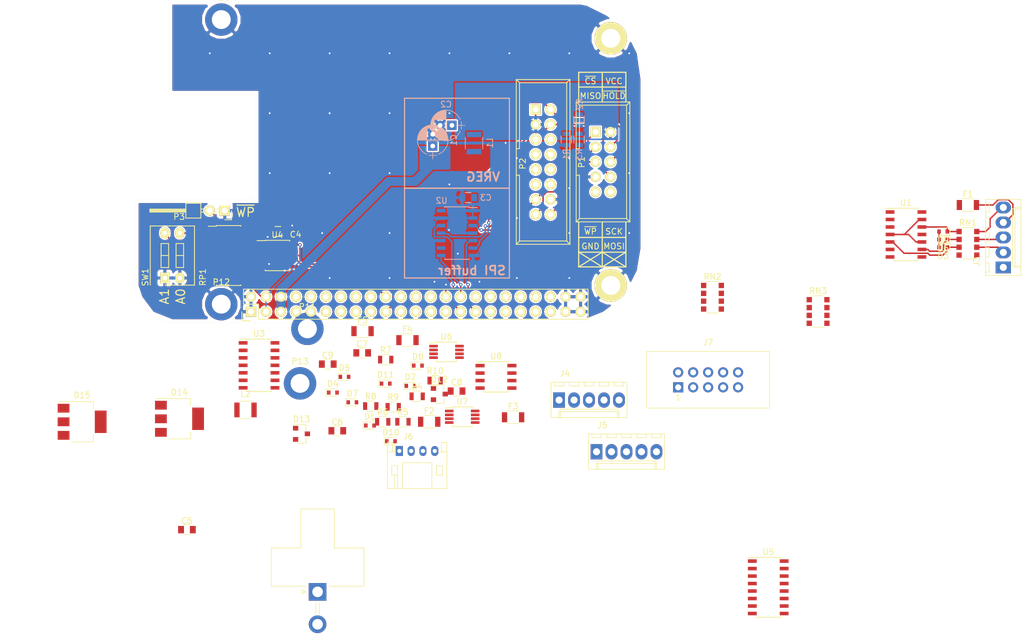
<source format=kicad_pcb>
(kicad_pcb (version 4) (host pcbnew 4.0.6)
  (layers (0 F.Cu signal) (31 B.Cu signal) (34 B.Paste user) (35 F.Paste user) (36 B.SilkS user) (37 F.SilkS user hide) (38 B.Mask user) (39 F.Mask user) (44 Edge.Cuts user))
  (net 0 "")
  (net 1 +3V3)
  (net 2 VCC)
  (net 3 /I2C2_SDA)
  (net 4 /I2C2_SCL)
  (net 5 /~CONN_WP)
  (net 6 /~CONN_HOLD)
  (net 7 GND)
  (net 8 +5V)
  (net 9 "Net-(L1-Pad1)")
  (net 10 /~CONN_CS)
  (net 11 /CONN_SCK)
  (net 12 /CONN_MISO)
  (net 13 /CONN_MOSI)
  (net 14 /~WP)
  (net 15 /A2)
  (net 16 /A1)
  (net 17 /A0)
  (net 18 "Net-(C1-Pad1)")
  (net 19 "Net-(C2-Pad1)")
  (net 20 "Net-(C3-Pad2)")
  (net 21 "Net-(C5-Pad1)")
  (net 22 "Net-(C5-Pad2)")
  (net 23 "Net-(C6-Pad2)")
  (net 24 "Net-(C7-Pad1)")
  (net 25 "Net-(C7-Pad2)")
  (net 26 "Net-(C8-Pad1)")
  (net 27 "Net-(C9-Pad1)")
  (net 28 /DBG_RX)
  (net 29 /DBG_TX)
  (net 30 /ENC0_I)
  (net 31 /ENC1_I)
  (net 32 /ENC2_I)
  (net 33 /ENC0_A)
  (net 34 /ENC1_A)
  (net 35 /ENC2_A)
  (net 36 /ENC0_B)
  (net 37 /ENC1_B)
  (net 38 /ENC2_B)
  (net 39 +5VP)
  (net 40 "Net-(F1-Pad2)")
  (net 41 "Net-(F2-Pad2)")
  (net 42 "Net-(F3-Pad2)")
  (net 43 +48V)
  (net 44 "Net-(J3-Pad2)")
  (net 45 "Net-(J3-Pad3)")
  (net 46 "Net-(J3-Pad5)")
  (net 47 "Net-(J4-Pad2)")
  (net 48 "Net-(J4-Pad3)")
  (net 49 "Net-(J4-Pad5)")
  (net 50 "Net-(J5-Pad2)")
  (net 51 "Net-(J5-Pad3)")
  (net 52 "Net-(J5-Pad5)")
  (net 53 "Net-(J7-Pad8)")
  (net 54 "Net-(J7-Pad9)")
  (net 55 "Net-(J7-Pad10)")
  (net 56 "Net-(R1-Pad1)")
  (net 57 "Net-(R2-Pad1)")
  (net 58 "Net-(R3-Pad2)")
  (net 59 "Net-(R4-Pad2)")
  (net 60 "Net-(R5-Pad2)")
  (net 61 "Net-(R7-Pad2)")
  (module Resistors_SMD:R_0805 (layer B.Cu) (at 171.831 80.645 270)
    (fp_text reference R3 (at 2.54 0 270) (layer B.SilkS) (effects (justify mirror)))
    (fp_text value 270k)
    (pad 1 smd rect (at -0.95 0 270) (size 0.7 1.3) (layers B.Cu B.Paste B.Mask) (net 18 "Net-(C1-Pad1)"))
    (pad 2 smd rect (at 0.95 0 270) (size 0.7 1.3) (layers B.Cu B.Paste B.Mask) (net 58 "Net-(R3-Pad2)"))
  )
  (module Resistors_SMD:R_0805 (layer B.Cu) (at 169.672 80.645 270)
    (fp_text reference R1 (at 2.54 0 270) (layer B.SilkS) (effects (justify mirror)))
    (fp_text value 270k)
    (pad 1 smd rect (at -0.95 0 270) (size 0.7 1.3) (layers B.Cu B.Paste B.Mask) (net 56 "Net-(R1-Pad1)"))
    (pad 2 smd rect (at 0.95 0 270) (size 0.7 1.3) (layers B.Cu B.Paste B.Mask) (net 7 GND))
  )
  (module Resistors_SMD:R_0805 (layer B.Cu) (at 171.831 77.343 90)
    (fp_text reference R2 (at 2.667 0.127 90) (layer B.SilkS) (effects (justify mirror)))
    (fp_text value 270k)
    (pad 1 smd rect (at -0.95 0 90) (size 0.7 1.3) (layers B.Cu B.Paste B.Mask) (net 57 "Net-(R2-Pad1)"))
    (pad 2 smd rect (at 0.95 0 90) (size 0.7 1.3) (layers B.Cu B.Paste B.Mask) (net 7 GND))
  )
  (module Pin_Headers:Pin_Header_Straight_2x23 (layer F.Cu) (at 116.205 109.855 90)
    (fp_text reference P4 hide)
    (fp_text value BBB_P9)
    (pad 1 thru_hole rect (at 0 0 90) (size 1.7272 1.7272) (drill 1.016) (layers *.Cu *.Mask F.SilkS) (net 7 GND))
    (pad 2 thru_hole oval (at 2.54 0 90) (size 1.7272 1.7272) (drill 1.016) (layers *.Cu *.Mask F.SilkS) (net 7 GND))
    (pad 3 thru_hole oval (at 0 2.54 90) (size 1.7272 1.7272) (drill 1.016) (layers *.Cu *.Mask F.SilkS) (net 1 +3V3))
    (pad 4 thru_hole oval (at 2.54 2.54 90) (size 1.7272 1.7272) (drill 1.016) (layers *.Cu *.Mask F.SilkS) (net 1 +3V3))
    (pad 5 thru_hole oval (at 0 5.08 90) (size 1.7272 1.7272) (drill 1.016) (layers *.Cu *.Mask F.SilkS) (net 8 +5V))
    (pad 6 thru_hole oval (at 2.54 5.08 90) (size 1.7272 1.7272) (drill 1.016) (layers *.Cu *.Mask F.SilkS) (net 8 +5V))
    (pad 7 thru_hole oval (at 0 7.62 90) (size 1.7272 1.7272) (drill 1.016) (layers *.Cu *.Mask F.SilkS))
    (pad 8 thru_hole oval (at 2.54 7.62 90) (size 1.7272 1.7272) (drill 1.016) (layers *.Cu *.Mask F.SilkS))
    (pad 9 thru_hole oval (at 0 10.16 90) (size 1.7272 1.7272) (drill 1.016) (layers *.Cu *.Mask F.SilkS))
    (pad 10 thru_hole oval (at 2.54 10.16 90) (size 1.7272 1.7272) (drill 1.016) (layers *.Cu *.Mask F.SilkS))
    (pad 11 thru_hole oval (at 0 12.7 90) (size 1.7272 1.7272) (drill 1.016) (layers *.Cu *.Mask F.SilkS))
    (pad 12 thru_hole oval (at 2.54 12.7 90) (size 1.7272 1.7272) (drill 1.016) (layers *.Cu *.Mask F.SilkS))
    (pad 13 thru_hole oval (at 0 15.24 90) (size 1.7272 1.7272) (drill 1.016) (layers *.Cu *.Mask F.SilkS))
    (pad 14 thru_hole oval (at 2.54 15.24 90) (size 1.7272 1.7272) (drill 1.016) (layers *.Cu *.Mask F.SilkS))
    (pad 15 thru_hole oval (at 0 17.78 90) (size 1.7272 1.7272) (drill 1.016) (layers *.Cu *.Mask F.SilkS))
    (pad 16 thru_hole oval (at 2.54 17.78 90) (size 1.7272 1.7272) (drill 1.016) (layers *.Cu *.Mask F.SilkS))
    (pad 17 thru_hole oval (at 0 20.32 90) (size 1.7272 1.7272) (drill 1.016) (layers *.Cu *.Mask F.SilkS))
    (pad 18 thru_hole oval (at 2.54 20.32 90) (size 1.7272 1.7272) (drill 1.016) (layers *.Cu *.Mask F.SilkS))
    (pad 19 thru_hole oval (at 0 22.86 90) (size 1.7272 1.7272) (drill 1.016) (layers *.Cu *.Mask F.SilkS) (net 4 /I2C2_SCL))
    (pad 20 thru_hole oval (at 2.54 22.86 90) (size 1.7272 1.7272) (drill 1.016) (layers *.Cu *.Mask F.SilkS) (net 3 /I2C2_SDA))
    (pad 21 thru_hole oval (at 0 25.4 90) (size 1.7272 1.7272) (drill 1.016) (layers *.Cu *.Mask F.SilkS))
    (pad 22 thru_hole oval (at 2.54 25.4 90) (size 1.7272 1.7272) (drill 1.016) (layers *.Cu *.Mask F.SilkS))
    (pad 23 thru_hole oval (at 0 27.94 90) (size 1.7272 1.7272) (drill 1.016) (layers *.Cu *.Mask F.SilkS))
    (pad 24 thru_hole oval (at 2.54 27.94 90) (size 1.7272 1.7272) (drill 1.016) (layers *.Cu *.Mask F.SilkS))
    (pad 25 thru_hole oval (at 0 30.48 90) (size 1.7272 1.7272) (drill 1.016) (layers *.Cu *.Mask F.SilkS))
    (pad 26 thru_hole oval (at 2.54 30.48 90) (size 1.7272 1.7272) (drill 1.016) (layers *.Cu *.Mask F.SilkS))
    (pad 27 thru_hole oval (at 0 33.02 90) (size 1.7272 1.7272) (drill 1.016) (layers *.Cu *.Mask F.SilkS))
    (pad 28 thru_hole oval (at 2.54 33.02 90) (size 1.7272 1.7272) (drill 1.016) (layers *.Cu *.Mask F.SilkS))
    (pad 29 thru_hole oval (at 0 35.56 90) (size 1.7272 1.7272) (drill 1.016) (layers *.Cu *.Mask F.SilkS))
    (pad 30 thru_hole oval (at 2.54 35.56 90) (size 1.7272 1.7272) (drill 1.016) (layers *.Cu *.Mask F.SilkS))
    (pad 31 thru_hole oval (at 0 38.1 90) (size 1.7272 1.7272) (drill 1.016) (layers *.Cu *.Mask F.SilkS))
    (pad 32 thru_hole oval (at 2.54 38.1 90) (size 1.7272 1.7272) (drill 1.016) (layers *.Cu *.Mask F.SilkS))
    (pad 33 thru_hole oval (at 0 40.64 90) (size 1.7272 1.7272) (drill 1.016) (layers *.Cu *.Mask F.SilkS))
    (pad 34 thru_hole oval (at 2.54 40.64 90) (size 1.7272 1.7272) (drill 1.016) (layers *.Cu *.Mask F.SilkS))
    (pad 35 thru_hole oval (at 0 43.18 90) (size 1.7272 1.7272) (drill 1.016) (layers *.Cu *.Mask F.SilkS))
    (pad 36 thru_hole oval (at 2.54 43.18 90) (size 1.7272 1.7272) (drill 1.016) (layers *.Cu *.Mask F.SilkS))
    (pad 37 thru_hole oval (at 0 45.72 90) (size 1.7272 1.7272) (drill 1.016) (layers *.Cu *.Mask F.SilkS))
    (pad 38 thru_hole oval (at 2.54 45.72 90) (size 1.7272 1.7272) (drill 1.016) (layers *.Cu *.Mask F.SilkS))
    (pad 39 thru_hole oval (at 0 48.26 90) (size 1.7272 1.7272) (drill 1.016) (layers *.Cu *.Mask F.SilkS))
    (pad 40 thru_hole oval (at 2.54 48.26 90) (size 1.7272 1.7272) (drill 1.016) (layers *.Cu *.Mask F.SilkS))
    (pad 41 thru_hole oval (at 0 50.8 90) (size 1.7272 1.7272) (drill 1.016) (layers *.Cu *.Mask F.SilkS))
    (pad 42 thru_hole oval (at 2.54 50.8 90) (size 1.7272 1.7272) (drill 1.016) (layers *.Cu *.Mask F.SilkS))
    (pad 43 thru_hole oval (at 0 53.34 90) (size 1.7272 1.7272) (drill 1.016) (layers *.Cu *.Mask F.SilkS) (net 7 GND))
    (pad 44 thru_hole oval (at 2.54 53.34 90) (size 1.7272 1.7272) (drill 1.016) (layers *.Cu *.Mask F.SilkS) (net 7 GND))
    (pad 45 thru_hole oval (at 0 55.88 90) (size 1.7272 1.7272) (drill 1.016) (layers *.Cu *.Mask F.SilkS) (net 7 GND))
    (pad 46 thru_hole oval (at 2.54 55.88 90) (size 1.7272 1.7272) (drill 1.016) (layers *.Cu *.Mask F.SilkS) (net 7 GND))
  )
  (module Buttons_Switches_ThroughHole:SW_DIP_x2_Slide (layer F.Cu) (at 101.6 104.14)
    (fp_text reference SW1 (at -3.33 -0.13 90) (layer F.SilkS))
    (fp_text value DIPS_02)
    (pad 1 thru_hole rect (at 0 0) (size 1.524 1.824) (drill 0.762) (layers *.Cu *.Mask F.SilkS) (net 7 GND))
    (pad 4 thru_hole oval (at 0 -7.62) (size 1.524 1.824) (drill 0.762) (layers *.Cu *.Mask F.SilkS) (net 16 /A1))
    (pad 2 thru_hole oval (at 2.54 0) (size 1.524 1.824) (drill 0.762) (layers *.Cu *.Mask F.SilkS) (net 7 GND))
    (pad 3 thru_hole oval (at 2.54 -7.62) (size 1.524 1.824) (drill 0.762) (layers *.Cu *.Mask F.SilkS) (net 17 /A0))
  )
  (module Housings_SOIC:SOIC-14_3.9x8.7mm_Pitch1.27mm (layer B.Cu) (at 151.13 96.52 180)
    (fp_text reference U2 (at 2.61 5.51 180) (layer B.SilkS) (effects (justify mirror)))
    (fp_text value 74LVC125)
    (pad 1 smd rect (at -2.7 3.81 180) (size 1.5 0.6) (layers B.Cu B.Paste B.Mask) (net 7 GND))
    (pad 2 smd rect (at -2.7 2.54 180) (size 1.5 0.6) (layers B.Cu B.Paste B.Mask) (net 34 /ENC1_A))
    (pad 3 smd rect (at -2.7 1.27 180) (size 1.5 0.6) (layers B.Cu B.Paste B.Mask))
    (pad 4 smd rect (at -2.7 0 180) (size 1.5 0.6) (layers B.Cu B.Paste B.Mask) (net 7 GND))
    (pad 5 smd rect (at -2.7 -1.27 180) (size 1.5 0.6) (layers B.Cu B.Paste B.Mask) (net 31 /ENC1_I))
    (pad 6 smd rect (at -2.7 -2.54 180) (size 1.5 0.6) (layers B.Cu B.Paste B.Mask))
    (pad 7 smd rect (at -2.7 -3.81 180) (size 1.5 0.6) (layers B.Cu B.Paste B.Mask) (net 7 GND))
    (pad 8 smd rect (at 2.7 -3.81 180) (size 1.5 0.6) (layers B.Cu B.Paste B.Mask))
    (pad 9 smd rect (at 2.7 -2.54 180) (size 1.5 0.6) (layers B.Cu B.Paste B.Mask))
    (pad 10 smd rect (at 2.7 -1.27 180) (size 1.5 0.6) (layers B.Cu B.Paste B.Mask))
    (pad 11 smd rect (at 2.7 0 180) (size 1.5 0.6) (layers B.Cu B.Paste B.Mask))
    (pad 12 smd rect (at 2.7 1.27 180) (size 1.5 0.6) (layers B.Cu B.Paste B.Mask) (net 37 /ENC1_B))
    (pad 13 smd rect (at 2.7 2.54 180) (size 1.5 0.6) (layers B.Cu B.Paste B.Mask) (net 7 GND))
    (pad 14 smd rect (at 2.7 3.81 180) (size 1.5 0.6) (layers B.Cu B.Paste B.Mask) (net 1 +3V3))
  )
  (module Capacitors_SMD:C_0805 (layer F.Cu) (at 120.77 96.26 180)
    (fp_text reference C4 (at -3 -0.5 180) (layer F.SilkS))
    (fp_text value 0.1uF)
    (pad 1 smd rect (at -1 0 180) (size 1 1.25) (layers F.Cu F.Paste F.Mask) (net 1 +3V3))
    (pad 2 smd rect (at 1 0 180) (size 1 1.25) (layers F.Cu F.Paste F.Mask) (net 7 GND))
  )
  (module Capacitors_SMD:C_0805 (layer B.Cu) (at 153.02 90.51)
    (fp_text reference C3 (at 3 0) (layer B.SilkS) (effects (justify mirror)))
    (fp_text value 1u)
    (pad 1 smd rect (at -1 0) (size 1 1.25) (layers B.Cu B.Paste B.Mask) (net 7 GND))
    (pad 2 smd rect (at 1 0) (size 1 1.25) (layers B.Cu B.Paste B.Mask) (net 20 "Net-(C3-Pad2)"))
  )
  (module Pin_Headers:Pin_Header_Angled_2x01 (layer F.Cu) (at 111.76 92.71 180)
    (fp_text reference P3 (at 7.74 -1.05 180) (layer F.SilkS))
    (fp_text value EEPROM_PROG_EN)
    (pad 1 thru_hole rect (at 0 0 180) (size 1.7272 1.7272) (drill 1.016) (layers *.Cu *.Mask F.SilkS) (net 7 GND))
    (pad 2 thru_hole oval (at 2.54 0 180) (size 1.7272 1.7272) (drill 1.016) (layers *.Cu *.Mask F.SilkS) (net 14 /~WP))
  )
  (module Housings_SOIC:SOIC-16_3.9x9.9mm_Pitch1.27mm (layer F.Cu) (at 112.395 100.33)
    (fp_text reference RP1 (at -4.375 3.68 90) (layer F.SilkS))
    (fp_text value 10k)
    (pad 1 smd rect (at -2.7 -4.445) (size 1.5 0.6) (layers F.Cu F.Paste F.Mask) (net 1 +3V3))
    (pad 2 smd rect (at -2.7 -3.175) (size 1.5 0.6) (layers F.Cu F.Paste F.Mask) (net 1 +3V3))
    (pad 3 smd rect (at -2.7 -1.905) (size 1.5 0.6) (layers F.Cu F.Paste F.Mask) (net 1 +3V3))
    (pad 4 smd rect (at -2.7 -0.635) (size 1.5 0.6) (layers F.Cu F.Paste F.Mask) (net 1 +3V3))
    (pad 5 smd rect (at -2.7 0.635) (size 1.5 0.6) (layers F.Cu F.Paste F.Mask) (net 1 +3V3))
    (pad 6 smd rect (at -2.7 1.905) (size 1.5 0.6) (layers F.Cu F.Paste F.Mask) (net 1 +3V3))
    (pad 7 smd rect (at -2.7 3.175) (size 1.5 0.6) (layers F.Cu F.Paste F.Mask) (net 1 +3V3))
    (pad 8 smd rect (at -2.7 4.445) (size 1.5 0.6) (layers F.Cu F.Paste F.Mask) (net 1 +3V3))
    (pad 9 smd rect (at 2.7 4.445) (size 1.5 0.6) (layers F.Cu F.Paste F.Mask) (net 3 /I2C2_SDA))
    (pad 10 smd rect (at 2.7 3.175) (size 1.5 0.6) (layers F.Cu F.Paste F.Mask) (net 3 /I2C2_SDA))
    (pad 11 smd rect (at 2.7 1.905) (size 1.5 0.6) (layers F.Cu F.Paste F.Mask) (net 4 /I2C2_SCL))
    (pad 12 smd rect (at 2.7 0.635) (size 1.5 0.6) (layers F.Cu F.Paste F.Mask) (net 4 /I2C2_SCL))
    (pad 13 smd rect (at 2.7 -0.635) (size 1.5 0.6) (layers F.Cu F.Paste F.Mask) (net 15 /A2))
    (pad 14 smd rect (at 2.7 -1.905) (size 1.5 0.6) (layers F.Cu F.Paste F.Mask) (net 16 /A1))
    (pad 15 smd rect (at 2.7 -3.175) (size 1.5 0.6) (layers F.Cu F.Paste F.Mask) (net 17 /A0))
    (pad 16 smd rect (at 2.7 -4.445) (size 1.5 0.6) (layers F.Cu F.Paste F.Mask) (net 14 /~WP))
  )
  (module Connect:IDC_Header_Straight_10pins (layer F.Cu) (at 174.625 79.375 270)
    (fp_text reference P1 (at 5.135 2.355 270) (layer F.SilkS))
    (fp_text value SPI-8)
    (pad 1 thru_hole rect (at 0 0 270) (size 1.7272 1.7272) (drill 1.016) (layers *.Cu *.Mask F.SilkS) (net 10 /~CONN_CS))
    (pad 2 thru_hole oval (at 0 -2.54 270) (size 1.7272 1.7272) (drill 1.016) (layers *.Cu *.Mask F.SilkS) (net 2 VCC))
    (pad 3 thru_hole oval (at 2.54 0 270) (size 1.7272 1.7272) (drill 1.016) (layers *.Cu *.Mask F.SilkS) (net 12 /CONN_MISO))
    (pad 4 thru_hole oval (at 2.54 -2.54 270) (size 1.7272 1.7272) (drill 1.016) (layers *.Cu *.Mask F.SilkS) (net 6 /~CONN_HOLD))
    (pad 5 thru_hole oval (at 5.08 0 270) (size 1.7272 1.7272) (drill 1.016) (layers *.Cu *.Mask F.SilkS) (net 5 /~CONN_WP))
    (pad 6 thru_hole oval (at 5.08 -2.54 270) (size 1.7272 1.7272) (drill 1.016) (layers *.Cu *.Mask F.SilkS) (net 11 /CONN_SCK))
    (pad 7 thru_hole oval (at 7.62 0 270) (size 1.7272 1.7272) (drill 1.016) (layers *.Cu *.Mask F.SilkS) (net 7 GND))
    (pad 8 thru_hole oval (at 7.62 -2.54 270) (size 1.7272 1.7272) (drill 1.016) (layers *.Cu *.Mask F.SilkS) (net 13 /CONN_MOSI))
    (pad 9 thru_hole oval (at 10.16 0 270) (size 1.7272 1.7272) (drill 1.016) (layers *.Cu *.Mask F.SilkS))
    (pad 10 thru_hole oval (at 10.16 -2.54 270) (size 1.7272 1.7272) (drill 1.016) (layers *.Cu *.Mask F.SilkS))
  )
  (module Connect:IDC_Header_Straight_16pins (layer F.Cu) (at 164.465 75.565 270)
    (fp_text reference P2 (at 9.195 2.195 270) (layer F.SilkS))
    (fp_text value SPI-16)
    (pad 1 thru_hole rect (at 0 0 270) (size 1.7272 1.7272) (drill 1.016) (layers *.Cu *.Mask F.SilkS) (net 6 /~CONN_HOLD))
    (pad 2 thru_hole oval (at 0 -2.54 270) (size 1.7272 1.7272) (drill 1.016) (layers *.Cu *.Mask F.SilkS) (net 11 /CONN_SCK))
    (pad 3 thru_hole oval (at 2.54 0 270) (size 1.7272 1.7272) (drill 1.016) (layers *.Cu *.Mask F.SilkS) (net 2 VCC))
    (pad 4 thru_hole oval (at 2.54 -2.54 270) (size 1.7272 1.7272) (drill 1.016) (layers *.Cu *.Mask F.SilkS) (net 13 /CONN_MOSI))
    (pad 5 thru_hole oval (at 5.08 0 270) (size 1.7272 1.7272) (drill 1.016) (layers *.Cu *.Mask F.SilkS))
    (pad 6 thru_hole oval (at 5.08 -2.54 270) (size 1.7272 1.7272) (drill 1.016) (layers *.Cu *.Mask F.SilkS))
    (pad 7 thru_hole oval (at 7.62 0 270) (size 1.7272 1.7272) (drill 1.016) (layers *.Cu *.Mask F.SilkS))
    (pad 8 thru_hole oval (at 7.62 -2.54 270) (size 1.7272 1.7272) (drill 1.016) (layers *.Cu *.Mask F.SilkS))
    (pad 9 thru_hole oval (at 10.16 0 270) (size 1.7272 1.7272) (drill 1.016) (layers *.Cu *.Mask F.SilkS))
    (pad 10 thru_hole oval (at 10.16 -2.54 270) (size 1.7272 1.7272) (drill 1.016) (layers *.Cu *.Mask F.SilkS))
    (pad 11 thru_hole oval (at 12.7 0 270) (size 1.7272 1.7272) (drill 1.016) (layers *.Cu *.Mask F.SilkS))
    (pad 12 thru_hole oval (at 12.7 -2.54 270) (size 1.7272 1.7272) (drill 1.016) (layers *.Cu *.Mask F.SilkS))
    (pad 13 thru_hole oval (at 15.24 0 270) (size 1.7272 1.7272) (drill 1.016) (layers *.Cu *.Mask F.SilkS) (net 10 /~CONN_CS))
    (pad 14 thru_hole oval (at 15.24 -2.54 270) (size 1.7272 1.7272) (drill 1.016) (layers *.Cu *.Mask F.SilkS) (net 7 GND))
    (pad 15 thru_hole oval (at 17.78 0 270) (size 1.7272 1.7272) (drill 1.016) (layers *.Cu *.Mask F.SilkS) (net 12 /CONN_MISO))
    (pad 16 thru_hole oval (at 17.78 -2.54 270) (size 1.7272 1.7272) (drill 1.016) (layers *.Cu *.Mask F.SilkS) (net 5 /~CONN_WP))
  )
  (module Mounting_Holes:MountingHole_3.2mm_M3_ISO14580_Pad (layer F.Cu) (at 177.208 105.404)
    (fp_text reference P8 hide)
    (fp_text value BBB_P8)
    (pad 1 thru_hole circle (at 0 0) (size 5.5 5.5) (drill 3.2) (layers *.Cu *.Mask F.SilkS) (net 7 GND))
  )
  (module Mounting_Holes:MountingHole_3.2mm_M3_ISO14580_Pad (layer F.Cu) (at 177.208 63.494)
    (fp_text reference P9 hide)
    (fp_text value BBB_P9)
    (pad 1 thru_hole circle (at 0 0) (size 5.5 5.5) (drill 3.2) (layers *.Cu *.Mask F.SilkS) (net 7 GND))
  )
  (module Capacitors_THT:CP_Radial_D5.0mm_P2.00mm (layer B.Cu) (at 147.02 81.76 90)
    (fp_text reference C1 (at 1 3.56 90) (layer B.SilkS) (effects (justify mirror)))
    (fp_text value 1u)
    (pad 1 thru_hole rect (at 0 0 90) (size 1.6 1.6) (drill 0.8) (layers *.Cu *.Mask) (net 18 "Net-(C1-Pad1)"))
    (pad 2 thru_hole circle (at 2 0 90) (size 1.6 1.6) (drill 0.8) (layers *.Cu *.Mask) (net 7 GND))
  )
  (module Capacitors_THT:CP_Radial_D5.0mm_P2.00mm (layer B.Cu) (at 150.27 78.26 180)
    (fp_text reference C2 (at 1 3.56 180) (layer B.SilkS) (effects (justify mirror)))
    (fp_text value 1u)
    (pad 1 thru_hole rect (at 0 0 180) (size 1.6 1.6) (drill 0.8) (layers *.Cu *.Mask) (net 19 "Net-(C2-Pad1)"))
    (pad 2 thru_hole circle (at 2 0 180) (size 1.6 1.6) (drill 0.8) (layers *.Cu *.Mask) (net 7 GND))
  )
  (module Capacitors_SMD:C_0805 (layer F.Cu) (at 105.342 146.806)
    (fp_text reference C5 (at 0 -1.5) (layer F.SilkS))
    (fp_text value 1u)
    (pad 1 smd rect (at -1 0) (size 1 1.25) (layers F.Cu F.Paste F.Mask) (net 21 "Net-(C5-Pad1)"))
    (pad 2 smd rect (at 1 0) (size 1 1.25) (layers F.Cu F.Paste F.Mask) (net 22 "Net-(C5-Pad2)"))
  )
  (module Capacitors_SMD:C_0805 (layer F.Cu) (at 130.837 130.042)
    (fp_text reference C6 (at 0 -1.5) (layer F.SilkS))
    (fp_text value 1u)
    (pad 1 smd rect (at -1 0) (size 1 1.25) (layers F.Cu F.Paste F.Mask) (net 7 GND))
    (pad 2 smd rect (at 1 0) (size 1 1.25) (layers F.Cu F.Paste F.Mask) (net 23 "Net-(C6-Pad2)"))
  )
  (module Capacitors_SMD:C_0805 (layer F.Cu) (at 135.06 116.834)
    (fp_text reference C7 (at 0 -1.5) (layer F.SilkS))
    (fp_text value 1u)
    (pad 1 smd rect (at -1 0) (size 1 1.25) (layers F.Cu F.Paste F.Mask) (net 24 "Net-(C7-Pad1)"))
    (pad 2 smd rect (at 1 0) (size 1 1.25) (layers F.Cu F.Paste F.Mask) (net 25 "Net-(C7-Pad2)"))
  )
  (module Capacitors_SMD:C_0805 (layer F.Cu) (at 151.062 123.311)
    (fp_text reference C8 (at 0 -1.5) (layer F.SilkS))
    (fp_text value 1u)
    (pad 1 smd rect (at -1 0) (size 1 1.25) (layers F.Cu F.Paste F.Mask) (net 26 "Net-(C8-Pad1)"))
    (pad 2 smd rect (at 1 0) (size 1 1.25) (layers F.Cu F.Paste F.Mask) (net 7 GND))
  )
  (module Capacitors_SMD:C_0805 (layer F.Cu) (at 129.218 118.739)
    (fp_text reference C9 (at 0 -1.5) (layer F.SilkS))
    (fp_text value 1u)
    (pad 1 smd rect (at -1 0) (size 1 1.25) (layers F.Cu F.Paste F.Mask) (net 27 "Net-(C9-Pad1)"))
    (pad 2 smd rect (at 1 0) (size 1 1.25) (layers F.Cu F.Paste F.Mask) (net 7 GND))
  )
  (module Diodes_SMD:D_SOD-523 (layer F.Cu) (at 136.376 129.153)
    (fp_text reference D1 (at 0 -1.5) (layer F.SilkS))
    (fp_text value TVS)
    (pad 2 smd rect (at 0.7 0 180) (size 0.6 0.7) (layers F.Cu F.Paste F.Mask) (net 7 GND))
    (pad 1 smd rect (at -0.7 0 180) (size 0.6 0.7) (layers F.Cu F.Paste F.Mask) (net 28 /DBG_RX))
  )
  (module Diodes_SMD:D_SOD-523 (layer F.Cu) (at 143.234 122.422)
    (fp_text reference D2 (at 0 -1.5) (layer F.SilkS))
    (fp_text value TVS)
    (pad 2 smd rect (at 0.7 0 180) (size 0.6 0.7) (layers F.Cu F.Paste F.Mask) (net 7 GND))
    (pad 1 smd rect (at -0.7 0 180) (size 0.6 0.7) (layers F.Cu F.Paste F.Mask) (net 29 /DBG_TX))
  )
  (module Diodes_SMD:D_SOD-523 (layer F.Cu) (at 233.57 98.92 180)
    (fp_text reference D3 (at 0 -1.5 180) (layer F.SilkS))
    (fp_text value TVS)
    (pad 2 smd rect (at 0.7 0) (size 0.6 0.7) (layers F.Cu F.Paste F.Mask) (net 7 GND))
    (pad 1 smd rect (at -0.7 0) (size 0.6 0.7) (layers F.Cu F.Paste F.Mask) (net 30 /ENC0_I))
  )
  (module Diodes_SMD:D_SOD-523 (layer F.Cu) (at 130.091 123.565)
    (fp_text reference D4 (at 0 -1.5) (layer F.SilkS))
    (fp_text value TVS)
    (pad 2 smd rect (at 0.7 0 180) (size 0.6 0.7) (layers F.Cu F.Paste F.Mask) (net 7 GND))
    (pad 1 smd rect (at -0.7 0 180) (size 0.6 0.7) (layers F.Cu F.Paste F.Mask) (net 31 /ENC1_I))
  )
  (module Diodes_SMD:D_SOD-523 (layer F.Cu) (at 132.061 120.898)
    (fp_text reference D5 (at 0 -1.5) (layer F.SilkS))
    (fp_text value TVS)
    (pad 2 smd rect (at 0.7 0 180) (size 0.6 0.7) (layers F.Cu F.Paste F.Mask) (net 7 GND))
    (pad 1 smd rect (at -0.7 0 180) (size 0.6 0.7) (layers F.Cu F.Paste F.Mask) (net 32 /ENC2_I))
  )
  (module Diodes_SMD:D_SOD-523 (layer F.Cu) (at 233.57 97.6 180)
    (fp_text reference D6 (at 0 -1.5 180) (layer F.SilkS))
    (fp_text value TVS)
    (pad 2 smd rect (at 0.7 0) (size 0.6 0.7) (layers F.Cu F.Paste F.Mask) (net 7 GND))
    (pad 1 smd rect (at -0.7 0) (size 0.6 0.7) (layers F.Cu F.Paste F.Mask) (net 33 /ENC0_A))
  )
  (module Diodes_SMD:D_SOD-523 (layer F.Cu) (at 133.393 125.216)
    (fp_text reference D7 (at 0 -1.5) (layer F.SilkS))
    (fp_text value TVS)
    (pad 2 smd rect (at 0.7 0 180) (size 0.6 0.7) (layers F.Cu F.Paste F.Mask) (net 7 GND))
    (pad 1 smd rect (at -0.7 0 180) (size 0.6 0.7) (layers F.Cu F.Paste F.Mask) (net 34 /ENC1_A))
  )
  (module Diodes_SMD:D_SOD-523 (layer F.Cu) (at 144.504 118.993)
    (fp_text reference D8 (at 0 -1.5) (layer F.SilkS))
    (fp_text value TVS)
    (pad 2 smd rect (at 0.7 0 180) (size 0.6 0.7) (layers F.Cu F.Paste F.Mask) (net 7 GND))
    (pad 1 smd rect (at -0.7 0 180) (size 0.6 0.7) (layers F.Cu F.Paste F.Mask) (net 35 /ENC2_A))
  )
  (module Diodes_SMD:D_SOD-523 (layer F.Cu) (at 233.57 96.26 180)
    (fp_text reference D9 (at 0 -1.5 180) (layer F.SilkS))
    (fp_text value TVS)
    (pad 2 smd rect (at 0.7 0) (size 0.6 0.7) (layers F.Cu F.Paste F.Mask) (net 7 GND))
    (pad 1 smd rect (at -0.7 0) (size 0.6 0.7) (layers F.Cu F.Paste F.Mask) (net 36 /ENC0_B))
  )
  (module Diodes_SMD:D_SOD-523 (layer F.Cu) (at 139.932 131.82)
    (fp_text reference D10 (at 0 -1.5) (layer F.SilkS))
    (fp_text value TVS)
    (pad 2 smd rect (at 0.7 0 180) (size 0.6 0.7) (layers F.Cu F.Paste F.Mask) (net 7 GND))
    (pad 1 smd rect (at -0.7 0 180) (size 0.6 0.7) (layers F.Cu F.Paste F.Mask) (net 37 /ENC1_B))
  )
  (module Diodes_SMD:D_SOD-523 (layer F.Cu) (at 139.043 122.041)
    (fp_text reference D11 (at 0 -1.5) (layer F.SilkS))
    (fp_text value TVS)
    (pad 2 smd rect (at 0.7 0 180) (size 0.6 0.7) (layers F.Cu F.Paste F.Mask) (net 7 GND))
    (pad 1 smd rect (at -0.7 0 180) (size 0.6 0.7) (layers F.Cu F.Paste F.Mask) (net 38 /ENC2_B))
  )
  (module TO_SOT_Packages_SMD:SOT-23 (layer F.Cu) (at 148.141 123.819)
    (fp_text reference D12 (at 0 -2.5) (layer F.SilkS))
    (fp_text value 6V)
    (pad 1 smd rect (at -1 -0.95) (size 0.9 0.8) (layers F.Cu F.Paste F.Mask) (net 8 +5V))
    (pad 2 smd rect (at -1 0.95) (size 0.9 0.8) (layers F.Cu F.Paste F.Mask) (net 26 "Net-(C8-Pad1)"))
    (pad 3 smd rect (at 1 0) (size 0.9 0.8) (layers F.Cu F.Paste F.Mask))
  )
  (module TO_SOT_Packages_SMD:SOT-23 (layer F.Cu) (at 124.77 130.56)
    (fp_text reference D13 (at 0 -2.5) (layer F.SilkS))
    (fp_text value 6V)
    (pad 1 smd rect (at -1 -0.95) (size 0.9 0.8) (layers F.Cu F.Paste F.Mask) (net 39 +5VP))
    (pad 2 smd rect (at -1 0.95) (size 0.9 0.8) (layers F.Cu F.Paste F.Mask) (net 27 "Net-(C9-Pad1)"))
    (pad 3 smd rect (at 1 0) (size 0.9 0.8) (layers F.Cu F.Paste F.Mask))
  )
  (module TO_SOT_Packages_SMD:SOT-223-3Lead_TabPin2 (layer F.Cu) (at 104.081 128.01)
    (fp_text reference D14 (at 0 -4.5) (layer F.SilkS))
    (fp_text value BT168)
    (pad 2 smd rect (at 3.15 0) (size 2 3.8) (layers F.Cu F.Paste F.Mask) (net 8 +5V))
    (pad 2 smd rect (at -3.15 0) (size 2 1.5) (layers F.Cu F.Paste F.Mask) (net 8 +5V))
    (pad 3 smd rect (at -3.15 2.3) (size 2 1.5) (layers F.Cu F.Paste F.Mask) (net 26 "Net-(C8-Pad1)"))
    (pad 1 smd rect (at -3.15 -2.3) (size 2 1.5) (layers F.Cu F.Paste F.Mask) (net 7 GND))
  )
  (module TO_SOT_Packages_SMD:SOT-223-3Lead_TabPin2 (layer F.Cu) (at 87.571 128.518)
    (fp_text reference D15 (at 0 -4.5) (layer F.SilkS))
    (fp_text value BT168)
    (pad 2 smd rect (at 3.15 0) (size 2 3.8) (layers F.Cu F.Paste F.Mask) (net 39 +5VP))
    (pad 2 smd rect (at -3.15 0) (size 2 1.5) (layers F.Cu F.Paste F.Mask) (net 39 +5VP))
    (pad 3 smd rect (at -3.15 2.3) (size 2 1.5) (layers F.Cu F.Paste F.Mask) (net 27 "Net-(C9-Pad1)"))
    (pad 1 smd rect (at -3.15 -2.3) (size 2 1.5) (layers F.Cu F.Paste F.Mask) (net 7 GND))
  )
  (module Resistors_SMD:R_1206 (layer F.Cu) (at 237.77 91.76)
    (fp_text reference F1 (at 0 -1.85) (layer F.SilkS))
    (fp_text value 50mA)
    (pad 1 smd rect (at -1.45 0) (size 0.9 1.7) (layers F.Cu F.Paste F.Mask) (net 39 +5VP))
    (pad 2 smd rect (at 1.45 0) (size 0.9 1.7) (layers F.Cu F.Paste F.Mask) (net 40 "Net-(F1-Pad2)"))
  )
  (module Resistors_SMD:R_1206 (layer F.Cu) (at 146.421 128.518)
    (fp_text reference F2 (at 0 -1.85) (layer F.SilkS))
    (fp_text value 50mA)
    (pad 1 smd rect (at -1.45 0) (size 0.9 1.7) (layers F.Cu F.Paste F.Mask) (net 39 +5VP))
    (pad 2 smd rect (at 1.45 0) (size 0.9 1.7) (layers F.Cu F.Paste F.Mask) (net 41 "Net-(F2-Pad2)"))
  )
  (module Resistors_SMD:R_1206 (layer F.Cu) (at 160.645 127.756)
    (fp_text reference F3 (at 0 -1.85) (layer F.SilkS))
    (fp_text value 50mA)
    (pad 1 smd rect (at -1.45 0) (size 0.9 1.7) (layers F.Cu F.Paste F.Mask) (net 39 +5VP))
    (pad 2 smd rect (at 1.45 0) (size 0.9 1.7) (layers F.Cu F.Paste F.Mask) (net 42 "Net-(F3-Pad2)"))
  )
  (module Resistors_SMD:R_1206 (layer F.Cu) (at 142.738 114.675)
    (fp_text reference F4 (at 0 -1.85) (layer F.SilkS))
    (fp_text value 500mA)
    (pad 1 smd rect (at -1.45 0) (size 0.9 1.7) (layers F.Cu F.Paste F.Mask) (net 18 "Net-(C1-Pad1)"))
    (pad 2 smd rect (at 1.45 0) (size 0.9 1.7) (layers F.Cu F.Paste F.Mask) (net 43 +48V))
  )
  (module Resistors_SMD:R_1206 (layer F.Cu) (at 135.118 113.151)
    (fp_text reference F5 (at 0 -1.85) (layer F.SilkS))
    (fp_text value 500mA)
    (pad 1 smd rect (at -1.45 0) (size 0.9 1.7) (layers F.Cu F.Paste F.Mask) (net 19 "Net-(C2-Pad1)"))
    (pad 2 smd rect (at 1.45 0) (size 0.9 1.7) (layers F.Cu F.Paste F.Mask) (net 43 +48V))
  )
  (module Connectors_Molex:Molex_MiniFit-JR-5569-02A1_2x01x4.20mm_Angled (layer F.Cu) (at 127.496 157.356)
    (fp_text reference J1 (at 0 8.5) (layer F.SilkS))
    (fp_text value BBPC)
    (pad 1 thru_hole rect (at 0 0) (size 3 3) (drill 1.8) (layers *.Cu *.Mask) (net 43 +48V))
    (pad 2 thru_hole circle (at 0 5.5) (size 3 3) (drill 1.8) (layers *.Cu *.Mask) (net 7 GND))
    (pad "" np_thru_hole circle (at -4.5 -4.2) (size 3.2 3.2) (drill 3.2) (layers *.Cu *.Mask))
    (pad "" np_thru_hole circle (at 4.5 -4.2) (size 3.2 3.2) (drill 3.2) (layers *.Cu *.Mask))
  )
  (module Connectors_Molex:Molex_KK-6410-05_05x2.54mm_Straight (layer F.Cu) (at 243.77 102.34 90)
    (fp_text reference J3 (at 1 -4.5 90) (layer F.SilkS))
    (fp_text value "KK 2.54")
    (pad 1 thru_hole rect (at 0 0 90) (size 2 2.6) (drill 1.2) (layers *.Cu *.Mask) (net 7 GND))
    (pad 2 thru_hole oval (at 2.54 0 90) (size 2 2.6) (drill 1.2) (layers *.Cu *.Mask) (net 44 "Net-(J3-Pad2)"))
    (pad 3 thru_hole oval (at 5.08 0 90) (size 2 2.6) (drill 1.2) (layers *.Cu *.Mask) (net 45 "Net-(J3-Pad3)"))
    (pad 4 thru_hole oval (at 7.62 0 90) (size 2 2.6) (drill 1.2) (layers *.Cu *.Mask) (net 40 "Net-(F1-Pad2)"))
    (pad 5 thru_hole oval (at 10.16 0 90) (size 2 2.6) (drill 1.2) (layers *.Cu *.Mask) (net 46 "Net-(J3-Pad5)"))
  )
  (module Connectors_Molex:Molex_KK-6410-05_05x2.54mm_Straight (layer F.Cu) (at 168.445 124.835)
    (fp_text reference J4 (at 1 -4.5) (layer F.SilkS))
    (fp_text value "KK 2.54")
    (pad 1 thru_hole rect (at 0 0) (size 2 2.6) (drill 1.2) (layers *.Cu *.Mask) (net 7 GND))
    (pad 2 thru_hole oval (at 2.54 0) (size 2 2.6) (drill 1.2) (layers *.Cu *.Mask) (net 47 "Net-(J4-Pad2)"))
    (pad 3 thru_hole oval (at 5.08 0) (size 2 2.6) (drill 1.2) (layers *.Cu *.Mask) (net 48 "Net-(J4-Pad3)"))
    (pad 4 thru_hole oval (at 7.62 0) (size 2 2.6) (drill 1.2) (layers *.Cu *.Mask) (net 41 "Net-(F2-Pad2)"))
    (pad 5 thru_hole oval (at 10.16 0) (size 2 2.6) (drill 1.2) (layers *.Cu *.Mask) (net 49 "Net-(J4-Pad5)"))
  )
  (module Connectors_Molex:Molex_KK-6410-05_05x2.54mm_Straight (layer F.Cu) (at 174.795 133.598)
    (fp_text reference J5 (at 1 -4.5) (layer F.SilkS))
    (fp_text value "KK 2.54")
    (pad 1 thru_hole rect (at 0 0) (size 2 2.6) (drill 1.2) (layers *.Cu *.Mask) (net 7 GND))
    (pad 2 thru_hole oval (at 2.54 0) (size 2 2.6) (drill 1.2) (layers *.Cu *.Mask) (net 50 "Net-(J5-Pad2)"))
    (pad 3 thru_hole oval (at 5.08 0) (size 2 2.6) (drill 1.2) (layers *.Cu *.Mask) (net 51 "Net-(J5-Pad3)"))
    (pad 4 thru_hole oval (at 7.62 0) (size 2 2.6) (drill 1.2) (layers *.Cu *.Mask) (net 42 "Net-(F3-Pad2)"))
    (pad 5 thru_hole oval (at 10.16 0) (size 2 2.6) (drill 1.2) (layers *.Cu *.Mask) (net 52 "Net-(J5-Pad5)"))
  )
  (module Connectors_JST:JST_PH_S4B-PH-K_04x2.00mm_Angled (layer F.Cu) (at 141.363 133.471)
    (fp_text reference J6 (at 1.5 -2.45) (layer F.SilkS))
    (fp_text value "JST 2.0mm")
    (pad 1 thru_hole rect (at 0 0) (size 1.2 1.7) (drill 0.7) (layers *.Cu *.Mask) (net 7 GND))
    (pad 2 thru_hole oval (at 2 0) (size 1.2 1.7) (drill 0.7) (layers *.Cu *.Mask))
    (pad 3 thru_hole oval (at 4 0) (size 1.2 1.7) (drill 0.7) (layers *.Cu *.Mask) (net 28 /DBG_RX))
    (pad 4 thru_hole oval (at 6 0) (size 1.2 1.7) (drill 0.7) (layers *.Cu *.Mask) (net 29 /DBG_TX))
  )
  (module Connectors:IDC_Header_Straight_10pins (layer F.Cu) (at 188.638 122.676)
    (fp_text reference J7 (at 5.08 -7.62) (layer F.SilkS))
    (fp_text value IDC-10)
    (fp_text user 1 (at 0.02 1.72) (layer F.SilkS) (effects (font (thickness 0.12))))
    (pad 1 thru_hole rect (at 0 0) (size 1.7272 1.7272) (drill 1.016) (layers *.Cu *.Mask) (net 1 +3V3))
    (pad 2 thru_hole oval (at 0 -2.54) (size 1.7272 1.7272) (drill 1.016) (layers *.Cu *.Mask))
    (pad 3 thru_hole oval (at 2.54 0) (size 1.7272 1.7272) (drill 1.016) (layers *.Cu *.Mask))
    (pad 4 thru_hole oval (at 2.54 -2.54) (size 1.7272 1.7272) (drill 1.016) (layers *.Cu *.Mask))
    (pad 5 thru_hole oval (at 5.08 0) (size 1.7272 1.7272) (drill 1.016) (layers *.Cu *.Mask))
    (pad 6 thru_hole oval (at 5.08 -2.54) (size 1.7272 1.7272) (drill 1.016) (layers *.Cu *.Mask))
    (pad 7 thru_hole oval (at 7.62 0) (size 1.7272 1.7272) (drill 1.016) (layers *.Cu *.Mask) (net 7 GND))
    (pad 8 thru_hole oval (at 7.62 -2.54) (size 1.7272 1.7272) (drill 1.016) (layers *.Cu *.Mask) (net 53 "Net-(J7-Pad8)"))
    (pad 9 thru_hole oval (at 10.16 0) (size 1.7272 1.7272) (drill 1.016) (layers *.Cu *.Mask) (net 54 "Net-(J7-Pad9)"))
    (pad 10 thru_hole oval (at 10.16 -2.54) (size 1.7272 1.7272) (drill 1.016) (layers *.Cu *.Mask) (net 55 "Net-(J7-Pad10)"))
  )
  (module Inductors_SMD:L_1210 (layer B.Cu) (at 154.02 81.26 90)
    (fp_text reference L1 (at 0 2.7 90) (layer B.SilkS) (effects (justify mirror)))
    (fp_text value 220N)
    (pad 1 smd rect (at -1.45 0 90) (size 0.9 2.5) (layers B.Cu B.Paste B.Mask) (net 22 "Net-(C5-Pad2)"))
    (pad 2 smd rect (at 1.45 0 90) (size 0.9 2.5) (layers B.Cu B.Paste B.Mask) (net 8 +5V))
  )
  (module Inductors_SMD:L_1210 (layer F.Cu) (at 115.27 126.51)
    (fp_text reference L2 (at 0 -2.7) (layer F.SilkS))
    (fp_text value 220N)
    (pad 1 smd rect (at -1.45 0) (size 0.9 2.5) (layers F.Cu F.Paste F.Mask) (net 25 "Net-(C7-Pad2)"))
    (pad 2 smd rect (at 1.45 0) (size 0.9 2.5) (layers F.Cu F.Paste F.Mask) (net 39 +5VP))
  )
  (module Mounting_Holes:MountingHole_3.2mm_M3_ISO14580_Pad (layer F.Cu) (at 111.168 60.319)
    (fp_text reference P10 (at 0 -3.75) (layer F.SilkS))
    (fp_text value CONN_01X01)
    (pad 1 thru_hole circle (at 0 0) (size 5.5 5.5) (drill 3.2) (layers *.Cu *.Mask) (net 7 GND))
  )
  (module Mounting_Holes:MountingHole_3.2mm_M3_ISO14580_Pad (layer F.Cu) (at 125.77 112.76)
    (fp_text reference P11 (at 0 -3.75) (layer F.SilkS))
    (fp_text value CONN_01X01)
    (pad 1 thru_hole circle (at 0 0) (size 5.5 5.5) (drill 3.2) (layers *.Cu *.Mask) (net 7 GND))
  )
  (module Mounting_Holes:MountingHole_3.2mm_M3_ISO14580_Pad (layer F.Cu) (at 111.168 108.579)
    (fp_text reference P12 (at 0 -3.75) (layer F.SilkS))
    (fp_text value CONN_01X01)
    (pad 1 thru_hole circle (at 0 0) (size 5.5 5.5) (drill 3.2) (layers *.Cu *.Mask) (net 7 GND))
  )
  (module Mounting_Holes:MountingHole_3.2mm_M3_ISO14580_Pad (layer F.Cu) (at 124.52 122.01)
    (fp_text reference P13 (at 0 -3.75) (layer F.SilkS))
    (fp_text value CONN_01X01)
    (pad 1 thru_hole circle (at 0 0) (size 5.5 5.5) (drill 3.2) (layers *.Cu *.Mask) (net 7 GND))
  )
  (module Resistors_SMD:R_0805 (layer F.Cu) (at 144.381 124.2)
    (fp_text reference R4 (at 0 -1.65) (layer F.SilkS))
    (fp_text value 270k)
    (pad 1 smd rect (at -0.95 0) (size 0.7 1.3) (layers F.Cu F.Paste F.Mask) (net 19 "Net-(C2-Pad1)"))
    (pad 2 smd rect (at 0.95 0) (size 0.7 1.3) (layers F.Cu F.Paste F.Mask) (net 59 "Net-(R4-Pad2)"))
  )
  (module Resistors_SMD:R_0805 (layer F.Cu) (at 141.968 128.518)
    (fp_text reference R5 (at 0 -1.65) (layer F.SilkS))
    (fp_text value 4.7K)
    (pad 1 smd rect (at -0.95 0) (size 0.7 1.3) (layers F.Cu F.Paste F.Mask) (net 8 +5V))
    (pad 2 smd rect (at 0.95 0) (size 0.7 1.3) (layers F.Cu F.Paste F.Mask) (net 60 "Net-(R5-Pad2)"))
  )
  (module Resistors_SMD:R_0805 (layer F.Cu) (at 138.539 128.518)
    (fp_text reference R6 (at 0 -1.65) (layer F.SilkS))
    (fp_text value 4.7K)
    (pad 1 smd rect (at -0.95 0) (size 0.7 1.3) (layers F.Cu F.Paste F.Mask) (net 60 "Net-(R5-Pad2)"))
    (pad 2 smd rect (at 0.95 0) (size 0.7 1.3) (layers F.Cu F.Paste F.Mask) (net 7 GND))
  )
  (module Resistors_SMD:R_0805 (layer F.Cu) (at 139.047 117.977)
    (fp_text reference R7 (at 0 -1.65) (layer F.SilkS))
    (fp_text value 4.7K)
    (pad 1 smd rect (at -0.95 0) (size 0.7 1.3) (layers F.Cu F.Paste F.Mask) (net 39 +5VP))
    (pad 2 smd rect (at 0.95 0) (size 0.7 1.3) (layers F.Cu F.Paste F.Mask) (net 61 "Net-(R7-Pad2)"))
  )
  (module Resistors_SMD:R_0805 (layer F.Cu) (at 136.507 125.851)
    (fp_text reference R8 (at 0 -1.65) (layer F.SilkS))
    (fp_text value 4.7K)
    (pad 1 smd rect (at -0.95 0) (size 0.7 1.3) (layers F.Cu F.Paste F.Mask) (net 61 "Net-(R7-Pad2)"))
    (pad 2 smd rect (at 0.95 0) (size 0.7 1.3) (layers F.Cu F.Paste F.Mask) (net 7 GND))
  )
  (module Resistors_SMD:R_0805 (layer F.Cu) (at 140.317 125.978)
    (fp_text reference R9 (at 0 -1.65) (layer F.SilkS))
    (fp_text value 4.7K)
    (pad 1 smd rect (at -0.95 0) (size 0.7 1.3) (layers F.Cu F.Paste F.Mask) (net 26 "Net-(C8-Pad1)"))
    (pad 2 smd rect (at 0.95 0) (size 0.7 1.3) (layers F.Cu F.Paste F.Mask) (net 7 GND))
  )
  (module Resistors_SMD:R_0805 (layer F.Cu) (at 147.429 121.533)
    (fp_text reference R10 (at 0 -1.65) (layer F.SilkS))
    (fp_text value 4.7K)
    (pad 1 smd rect (at -0.95 0) (size 0.7 1.3) (layers F.Cu F.Paste F.Mask) (net 27 "Net-(C9-Pad1)"))
    (pad 2 smd rect (at 0.95 0) (size 0.7 1.3) (layers F.Cu F.Paste F.Mask) (net 7 GND))
  )
  (module Resistors_SMD:R_Array_Convex_4x1206 (layer F.Cu) (at 237.77 98.26)
    (fp_text reference RN1 (at 0 -3.5) (layer F.SilkS))
    (fp_text value R_Pack04)
    (pad 1 smd rect (at -1.5 -2) (size 0.9 0.9) (layers F.Cu F.Paste F.Mask) (net 36 /ENC0_B))
    (pad 4 smd rect (at -1.5 2) (size 0.9 0.9) (layers F.Cu F.Paste F.Mask))
    (pad 2 smd rect (at -1.5 -0.66) (size 0.9 0.9) (layers F.Cu F.Paste F.Mask) (net 33 /ENC0_A))
    (pad 3 smd rect (at -1.5 0.66) (size 0.9 0.9) (layers F.Cu F.Paste F.Mask) (net 30 /ENC0_I))
    (pad 7 smd rect (at 1.5 -0.66) (size 0.9 0.9) (layers F.Cu F.Paste F.Mask) (net 45 "Net-(J3-Pad3)"))
    (pad 8 smd rect (at 1.5 -2) (size 0.9 0.9) (layers F.Cu F.Paste F.Mask) (net 46 "Net-(J3-Pad5)"))
    (pad 5 smd rect (at 1.5 2) (size 0.9 0.9) (layers F.Cu F.Paste F.Mask))
    (pad 6 smd rect (at 1.5 0.66) (size 0.9 0.9) (layers F.Cu F.Paste F.Mask) (net 44 "Net-(J3-Pad2)"))
  )
  (module Resistors_SMD:R_Array_Convex_4x1206 (layer F.Cu) (at 194.456 107.404)
    (fp_text reference RN2 (at 0 -3.5) (layer F.SilkS))
    (fp_text value R_Pack04)
    (pad 1 smd rect (at -1.5 -2) (size 0.9 0.9) (layers F.Cu F.Paste F.Mask) (net 37 /ENC1_B))
    (pad 4 smd rect (at -1.5 2) (size 0.9 0.9) (layers F.Cu F.Paste F.Mask))
    (pad 2 smd rect (at -1.5 -0.66) (size 0.9 0.9) (layers F.Cu F.Paste F.Mask) (net 34 /ENC1_A))
    (pad 3 smd rect (at -1.5 0.66) (size 0.9 0.9) (layers F.Cu F.Paste F.Mask) (net 31 /ENC1_I))
    (pad 7 smd rect (at 1.5 -0.66) (size 0.9 0.9) (layers F.Cu F.Paste F.Mask) (net 48 "Net-(J4-Pad3)"))
    (pad 8 smd rect (at 1.5 -2) (size 0.9 0.9) (layers F.Cu F.Paste F.Mask) (net 49 "Net-(J4-Pad5)"))
    (pad 5 smd rect (at 1.5 2) (size 0.9 0.9) (layers F.Cu F.Paste F.Mask))
    (pad 6 smd rect (at 1.5 0.66) (size 0.9 0.9) (layers F.Cu F.Paste F.Mask) (net 47 "Net-(J4-Pad2)"))
  )
  (module Resistors_SMD:R_Array_Convex_4x1206 (layer F.Cu) (at 212.363 109.817)
    (fp_text reference RN3 (at 0 -3.5) (layer F.SilkS))
    (fp_text value R_Pack04)
    (pad 1 smd rect (at -1.5 -2) (size 0.9 0.9) (layers F.Cu F.Paste F.Mask) (net 38 /ENC2_B))
    (pad 4 smd rect (at -1.5 2) (size 0.9 0.9) (layers F.Cu F.Paste F.Mask))
    (pad 2 smd rect (at -1.5 -0.66) (size 0.9 0.9) (layers F.Cu F.Paste F.Mask) (net 35 /ENC2_A))
    (pad 3 smd rect (at -1.5 0.66) (size 0.9 0.9) (layers F.Cu F.Paste F.Mask) (net 32 /ENC2_I))
    (pad 7 smd rect (at 1.5 -0.66) (size 0.9 0.9) (layers F.Cu F.Paste F.Mask) (net 51 "Net-(J5-Pad3)"))
    (pad 8 smd rect (at 1.5 -2) (size 0.9 0.9) (layers F.Cu F.Paste F.Mask) (net 52 "Net-(J5-Pad5)"))
    (pad 5 smd rect (at 1.5 2) (size 0.9 0.9) (layers F.Cu F.Paste F.Mask))
    (pad 6 smd rect (at 1.5 0.66) (size 0.9 0.9) (layers F.Cu F.Paste F.Mask) (net 50 "Net-(J5-Pad2)"))
  )
  (module Housings_SOIC:SOIC-14_3.9x8.7mm_Pitch1.27mm (layer F.Cu) (at 227.27 96.76)
    (fp_text reference U1 (at 0 -5.375) (layer F.SilkS))
    (fp_text value 74LVC125)
    (pad 1 smd rect (at -2.7 -3.81) (size 1.5 0.6) (layers F.Cu F.Paste F.Mask))
    (pad 2 smd rect (at -2.7 -2.54) (size 1.5 0.6) (layers F.Cu F.Paste F.Mask))
    (pad 3 smd rect (at -2.7 -1.27) (size 1.5 0.6) (layers F.Cu F.Paste F.Mask))
    (pad 4 smd rect (at -2.7 0) (size 1.5 0.6) (layers F.Cu F.Paste F.Mask) (net 7 GND))
    (pad 5 smd rect (at -2.7 1.27) (size 1.5 0.6) (layers F.Cu F.Paste F.Mask) (net 30 /ENC0_I))
    (pad 6 smd rect (at -2.7 2.54) (size 1.5 0.6) (layers F.Cu F.Paste F.Mask))
    (pad 7 smd rect (at -2.7 3.81) (size 1.5 0.6) (layers F.Cu F.Paste F.Mask) (net 7 GND))
    (pad 8 smd rect (at 2.7 3.81) (size 1.5 0.6) (layers F.Cu F.Paste F.Mask))
    (pad 9 smd rect (at 2.7 2.54) (size 1.5 0.6) (layers F.Cu F.Paste F.Mask) (net 33 /ENC0_A))
    (pad 10 smd rect (at 2.7 1.27) (size 1.5 0.6) (layers F.Cu F.Paste F.Mask) (net 7 GND))
    (pad 11 smd rect (at 2.7 0) (size 1.5 0.6) (layers F.Cu F.Paste F.Mask))
    (pad 12 smd rect (at 2.7 -1.27) (size 1.5 0.6) (layers F.Cu F.Paste F.Mask) (net 36 /ENC0_B))
    (pad 13 smd rect (at 2.7 -2.54) (size 1.5 0.6) (layers F.Cu F.Paste F.Mask) (net 7 GND))
    (pad 14 smd rect (at 2.7 -3.81) (size 1.5 0.6) (layers F.Cu F.Paste F.Mask) (net 1 +3V3))
  )
  (module Housings_SOIC:SOIC-16_3.9x9.9mm_Pitch1.27mm (layer F.Cu) (at 203.911 156.585)
    (fp_text reference U5 (at 0 -6) (layer F.SilkS))
    (fp_text value 74xx148)
    (pad 1 smd rect (at -2.7 -4.445) (size 1.5 0.6) (layers F.Cu F.Paste F.Mask))
    (pad 2 smd rect (at -2.7 -3.175) (size 1.5 0.6) (layers F.Cu F.Paste F.Mask))
    (pad 3 smd rect (at -2.7 -1.905) (size 1.5 0.6) (layers F.Cu F.Paste F.Mask))
    (pad 4 smd rect (at -2.7 -0.635) (size 1.5 0.6) (layers F.Cu F.Paste F.Mask) (net 1 +3V3))
    (pad 5 smd rect (at -2.7 0.635) (size 1.5 0.6) (layers F.Cu F.Paste F.Mask) (net 1 +3V3))
    (pad 6 smd rect (at -2.7 1.905) (size 1.5 0.6) (layers F.Cu F.Paste F.Mask) (net 55 "Net-(J7-Pad10)"))
    (pad 7 smd rect (at -2.7 3.175) (size 1.5 0.6) (layers F.Cu F.Paste F.Mask) (net 54 "Net-(J7-Pad9)"))
    (pad 8 smd rect (at -2.7 4.445) (size 1.5 0.6) (layers F.Cu F.Paste F.Mask) (net 7 GND))
    (pad 9 smd rect (at 2.7 4.445) (size 1.5 0.6) (layers F.Cu F.Paste F.Mask) (net 53 "Net-(J7-Pad8)"))
    (pad 10 smd rect (at 2.7 3.175) (size 1.5 0.6) (layers F.Cu F.Paste F.Mask))
    (pad 11 smd rect (at 2.7 1.905) (size 1.5 0.6) (layers F.Cu F.Paste F.Mask))
    (pad 12 smd rect (at 2.7 0.635) (size 1.5 0.6) (layers F.Cu F.Paste F.Mask))
    (pad 13 smd rect (at 2.7 -0.635) (size 1.5 0.6) (layers F.Cu F.Paste F.Mask))
    (pad 14 smd rect (at 2.7 -1.905) (size 1.5 0.6) (layers F.Cu F.Paste F.Mask))
    (pad 15 smd rect (at 2.7 -3.175) (size 1.5 0.6) (layers F.Cu F.Paste F.Mask))
    (pad 16 smd rect (at 2.7 -4.445) (size 1.5 0.6) (layers F.Cu F.Paste F.Mask) (net 1 +3V3))
  )
  (module Housings_SSOP:MSOP-8_3x3mm_Pitch0.65mm (layer F.Cu) (at 149.354 116.666)
    (fp_text reference U6 (at 0 -2.6) (layer F.SilkS))
    (fp_text value LM5008MM)
    (pad 1 smd rect (at -2.2 -0.975) (size 1.45 0.45) (layers F.Cu F.Paste F.Mask) (net 22 "Net-(C5-Pad2)"))
    (pad 2 smd rect (at -2.2 -0.325) (size 1.45 0.45) (layers F.Cu F.Paste F.Mask) (net 21 "Net-(C5-Pad1)"))
    (pad 3 smd rect (at -2.2 0.325) (size 1.45 0.45) (layers F.Cu F.Paste F.Mask) (net 56 "Net-(R1-Pad1)"))
    (pad 4 smd rect (at -2.2 0.975) (size 1.45 0.45) (layers F.Cu F.Paste F.Mask) (net 7 GND))
    (pad 5 smd rect (at 2.2 0.975) (size 1.45 0.45) (layers F.Cu F.Paste F.Mask) (net 60 "Net-(R5-Pad2)"))
    (pad 6 smd rect (at 2.2 0.325) (size 1.45 0.45) (layers F.Cu F.Paste F.Mask) (net 58 "Net-(R3-Pad2)"))
    (pad 7 smd rect (at 2.2 -0.325) (size 1.45 0.45) (layers F.Cu F.Paste F.Mask) (net 20 "Net-(C3-Pad2)"))
    (pad 8 smd rect (at 2.2 -0.975) (size 1.45 0.45) (layers F.Cu F.Paste F.Mask) (net 18 "Net-(C1-Pad1)"))
  )
  (module Housings_SSOP:MSOP-8_3x3mm_Pitch0.65mm (layer F.Cu) (at 152.021 127.67)
    (fp_text reference U7 (at 0 -2.6) (layer F.SilkS))
    (fp_text value LM5008MM)
    (pad 1 smd rect (at -2.2 -0.975) (size 1.45 0.45) (layers F.Cu F.Paste F.Mask) (net 25 "Net-(C7-Pad2)"))
    (pad 2 smd rect (at -2.2 -0.325) (size 1.45 0.45) (layers F.Cu F.Paste F.Mask) (net 24 "Net-(C7-Pad1)"))
    (pad 3 smd rect (at -2.2 0.325) (size 1.45 0.45) (layers F.Cu F.Paste F.Mask) (net 57 "Net-(R2-Pad1)"))
    (pad 4 smd rect (at -2.2 0.975) (size 1.45 0.45) (layers F.Cu F.Paste F.Mask) (net 7 GND))
    (pad 5 smd rect (at 2.2 0.975) (size 1.45 0.45) (layers F.Cu F.Paste F.Mask) (net 61 "Net-(R7-Pad2)"))
    (pad 6 smd rect (at 2.2 0.325) (size 1.45 0.45) (layers F.Cu F.Paste F.Mask) (net 59 "Net-(R4-Pad2)"))
    (pad 7 smd rect (at 2.2 -0.325) (size 1.45 0.45) (layers F.Cu F.Paste F.Mask) (net 23 "Net-(C6-Pad2)"))
    (pad 8 smd rect (at 2.2 -0.975) (size 1.45 0.45) (layers F.Cu F.Paste F.Mask) (net 19 "Net-(C2-Pad1)"))
  )
  (module Housings_SOIC:SOIC-8_3.9x4.9mm_Pitch1.27mm (layer F.Cu) (at 157.744 120.898)
    (fp_text reference U8 (at 0 -3.5) (layer F.SilkS))
    (fp_text value ISL83491)
    (pad 1 smd rect (at -2.7 -1.905) (size 1.55 0.6) (layers F.Cu F.Paste F.Mask))
    (pad 2 smd rect (at -2.7 -0.635) (size 1.55 0.6) (layers F.Cu F.Paste F.Mask))
    (pad 3 smd rect (at -2.7 0.635) (size 1.55 0.6) (layers F.Cu F.Paste F.Mask))
    (pad 4 smd rect (at -2.7 1.905) (size 1.55 0.6) (layers F.Cu F.Paste F.Mask))
    (pad 5 smd rect (at 2.7 1.905) (size 1.55 0.6) (layers F.Cu F.Paste F.Mask))
    (pad 6 smd rect (at 2.7 0.635) (size 1.55 0.6) (layers F.Cu F.Paste F.Mask) (net 7 GND))
    (pad 7 smd rect (at 2.7 -0.635) (size 1.55 0.6) (layers F.Cu F.Paste F.Mask) (net 7 GND))
    (pad 8 smd rect (at 2.7 -1.905) (size 1.55 0.6) (layers F.Cu F.Paste F.Mask))
  )
  (module Housings_SOIC:SOIC-14_3.9x8.7mm_Pitch1.27mm (layer F.Cu) (at 117.57 118.95)
    (fp_text reference U3 (at 0 -5.375) (layer F.SilkS))
    (fp_text value 74LVC125)
    (pad 1 smd rect (at -2.7 -3.81) (size 1.5 0.6) (layers F.Cu F.Paste F.Mask) (net 7 GND))
    (pad 2 smd rect (at -2.7 -2.54) (size 1.5 0.6) (layers F.Cu F.Paste F.Mask) (net 32 /ENC2_I))
    (pad 3 smd rect (at -2.7 -1.27) (size 1.5 0.6) (layers F.Cu F.Paste F.Mask))
    (pad 4 smd rect (at -2.7 0) (size 1.5 0.6) (layers F.Cu F.Paste F.Mask))
    (pad 5 smd rect (at -2.7 1.27) (size 1.5 0.6) (layers F.Cu F.Paste F.Mask))
    (pad 6 smd rect (at -2.7 2.54) (size 1.5 0.6) (layers F.Cu F.Paste F.Mask))
    (pad 7 smd rect (at -2.7 3.81) (size 1.5 0.6) (layers F.Cu F.Paste F.Mask) (net 7 GND))
    (pad 8 smd rect (at 2.7 3.81) (size 1.5 0.6) (layers F.Cu F.Paste F.Mask))
    (pad 9 smd rect (at 2.7 2.54) (size 1.5 0.6) (layers F.Cu F.Paste F.Mask) (net 38 /ENC2_B))
    (pad 10 smd rect (at 2.7 1.27) (size 1.5 0.6) (layers F.Cu F.Paste F.Mask) (net 7 GND))
    (pad 11 smd rect (at 2.7 0) (size 1.5 0.6) (layers F.Cu F.Paste F.Mask))
    (pad 12 smd rect (at 2.7 -1.27) (size 1.5 0.6) (layers F.Cu F.Paste F.Mask) (net 35 /ENC2_A))
    (pad 13 smd rect (at 2.7 -2.54) (size 1.5 0.6) (layers F.Cu F.Paste F.Mask) (net 7 GND))
    (pad 14 smd rect (at 2.7 -3.81) (size 1.5 0.6) (layers F.Cu F.Paste F.Mask) (net 1 +3V3))
  )
  (module Housings_SOIC:SOIC-8_3.9x4.9mm_Pitch1.27mm (layer F.Cu) (at 120.693 100.324)
    (fp_text reference U4 (at 0 -3.5) (layer F.SilkS))
    (fp_text value CAT24C256W)
    (pad 1 smd rect (at -2.7 -1.905) (size 1.55 0.6) (layers F.Cu F.Paste F.Mask) (net 17 /A0))
    (pad 2 smd rect (at -2.7 -0.635) (size 1.55 0.6) (layers F.Cu F.Paste F.Mask) (net 16 /A1))
    (pad 3 smd rect (at -2.7 0.635) (size 1.55 0.6) (layers F.Cu F.Paste F.Mask) (net 15 /A2))
    (pad 4 smd rect (at -2.7 1.905) (size 1.55 0.6) (layers F.Cu F.Paste F.Mask) (net 7 GND))
    (pad 5 smd rect (at 2.7 1.905) (size 1.55 0.6) (layers F.Cu F.Paste F.Mask) (net 3 /I2C2_SDA))
    (pad 6 smd rect (at 2.7 0.635) (size 1.55 0.6) (layers F.Cu F.Paste F.Mask) (net 4 /I2C2_SCL))
    (pad 7 smd rect (at 2.7 -0.635) (size 1.55 0.6) (layers F.Cu F.Paste F.Mask) (net 14 /~WP))
    (pad 8 smd rect (at 2.7 -1.905) (size 1.55 0.6) (layers F.Cu F.Paste F.Mask) (net 1 +3V3))
  )
  (gr_line (start 179.77 99.76) (end 175.77 102.26) (layer F.SilkS) (width 0.2))
  (gr_line (start 171.77 99.76) (end 175.77 102.26) (layer F.SilkS) (width 0.2))
  (gr_line (start 179.77 102.26) (end 175.77 99.76) (layer F.SilkS) (width 0.2))
  (gr_line (start 171.77 102.26) (end 175.77 99.76) (layer F.SilkS) (width 0.2))
  (gr_line (start 171.77 102.26) (end 179.77 102.26) (layer F.SilkS) (width 0.2))
  (gr_line (start 179.77 94.66) (end 179.77 102.26) (layer F.SilkS) (width 0.2))
  (gr_line (start 171.77 99.76) (end 179.77 99.76) (layer F.SilkS) (width 0.2))
  (gr_line (start 175.77 102.26) (end 175.77 94.66) (layer F.SilkS) (width 0.2))
  (gr_line (start 171.77 97.26) (end 179.77 97.26) (layer F.SilkS) (width 0.2))
  (gr_line (start 171.77 94.66) (end 171.77 102.26) (layer F.SilkS) (width 0.2))
  (gr_text GND (at 173.77 98.76) (layer F.SilkS) (effects (font (size 1 1))))
  (gr_text MOSI (at 177.77 98.76) (layer F.SilkS) (effects (font (size 1 1))))
  (gr_text SCK (at 177.77 96.26) (layer F.SilkS) (effects (font (size 1 1))))
  (gr_text ~WP (at 173.77 96.26) (layer F.SilkS) (effects (font (size 1 1))))
  (gr_line (start 171.77 69.26) (end 171.77 74.26) (layer F.SilkS) (width 0.2))
  (gr_line (start 179.77 69.26) (end 179.77 74.26) (layer F.SilkS) (width 0.2))
  (gr_line (start 171.77 69.26) (end 179.77 69.26) (layer F.SilkS) (width 0.2))
  (gr_line (start 171.77 71.76) (end 179.77 71.76) (layer F.SilkS) (width 0.2))
  (gr_line (start 175.77 74.26) (end 175.77 69.26) (layer F.SilkS) (width 0.2))
  (gr_text ~CS (at 173.77 70.76) (layer F.SilkS) (effects (font (size 1 1))))
  (gr_text MISO (at 173.77 73.26) (layer F.SilkS) (effects (font (size 1 1))))
  (gr_text ~HOLD (at 177.77 73.26) (layer F.SilkS) (effects (font (size 1 1))))
  (gr_text VCC (at 177.77 70.76) (layer F.SilkS) (effects (font (size 1 1))))
  (gr_text A1 (at 101.52 107.26 90) (layer F.SilkS) (effects (font (size 1.5 1.5) (thickness 0.2))))
  (gr_text A0 (at 104.27 107.26 90) (layer F.SilkS) (effects (font (size 1.5 1.5) (thickness 0.2))))
  (gr_text ~WP (at 115.27 93.01) (layer F.SilkS) (effects (font (size 1.5 1.5) (thickness 0.2))))
  (gr_line (start 160.02 104.14) (end 142.24 104.14) (layer B.SilkS) (width 0.2))
  (gr_line (start 170.18 57.15) (end 102.235 57.15) (layer Edge.Cuts) (width 0.01))
  (gr_line (start 182.88 69.85) (end 182.88 99.06) (layer Edge.Cuts) (width 0.01))
  (gr_arc (start 170.18 69.85) (end 170.18 57.15) (angle 90) (layer Edge.Cuts) (width 0.01))
  (gr_line (start 102.87 111.76) (end 170.18 111.76) (layer Edge.Cuts) (width 0.01))
  (gr_arc (start 170.18 99.06) (end 182.88 99.06) (angle 90) (layer Edge.Cuts) (width 0.01))
  (gr_text "SPI buffer" (at 153.67 102.87) (layer B.SilkS) (effects (font (size 1.5 1.5) (thickness 0.3)) (justify mirror)))
  (gr_line (start 142.24 88.9) (end 160.02 88.9) (layer B.SilkS) (width 0.2))
  (gr_line (start 142.24 104.14) (end 142.24 88.9) (layer B.SilkS) (width 0.2))
  (gr_line (start 160.02 88.9) (end 160.02 104.14) (layer B.SilkS) (width 0.2))
  (gr_text VREG (at 155.575 86.995) (layer B.SilkS) (effects (font (size 1.5 1.5) (thickness 0.3)) (justify mirror)))
  (gr_line (start 142.24 73.66) (end 142.24 88.9) (layer B.SilkS) (width 0.2))
  (gr_line (start 160.02 73.66) (end 142.24 73.66) (layer B.SilkS) (width 0.2))
  (gr_line (start 160.02 88.9) (end 160.02 73.66) (layer B.SilkS) (width 0.2))
  (gr_line (start 142.24 88.9) (end 160.02 88.9) (layer B.SilkS) (width 0.2))
  (gr_line (start 102.235 73.025) (end 102.235 57.15) (layer Edge.Cuts) (width 0.01))
  (gr_line (start 116.84 73.025) (end 102.235 73.025) (layer Edge.Cuts) (width 0.01))
  (gr_line (start 116.84 90.805) (end 116.84 73.025) (layer Edge.Cuts) (width 0.01))
  (gr_line (start 96.52 90.805) (end 116.84 90.805) (layer Edge.Cuts) (width 0.01))
  (gr_line (start 96.52 105.41) (end 96.52 90.805) (layer Edge.Cuts) (width 0.01))
  (gr_arc (start 102.87 105.41) (end 102.87 111.76) (angle 90) (layer Edge.Cuts) (width 0.01))
  (segment (start 148.43 100.33) (end 148.43 101.28359) (width 0.25) (layer B.Cu) (net 0))
  (segment (start 148.43 101.28359) (end 149.72001 102.5736) (width 0.25) (layer B.Cu) (net 0))
  (segment (start 150.52 104.835736) (end 150.52 105.26) (width 0.25) (layer B.Cu) (net 0))
  (segment (start 149.72001 102.5736) (end 149.72001 104.035746) (width 0.25) (layer B.Cu) (net 0))
  (segment (start 149.72001 104.035746) (end 150.52 104.835736) (width 0.25) (layer B.Cu) (net 0))
  (segment (start 150.52 108.61) (end 150.52 105.26) (width 0.25) (layer F.Cu) (net 0))
  (segment (start 151.765 109.855) (end 150.52 108.61) (width 0.25) (layer F.Cu) (net 0))
  (via (at 150.52 105.26) (size 0.6) (drill 0.3) (layers F.Cu B.Cu) (net 0))
  (segment (start 148.43 99.06) (end 147.98 99.06) (width 0.25) (layer B.Cu) (net 0))
  (segment (start 225.02 94.22) (end 224.57 94.22) (width 0.25) (layer F.Cu) (net 0))
  (segment (start 118.745 107.315) (end 117.96413 107.315) (width 0.25) (layer F.Cu) (net 1))
  (segment (start 117.96413 107.315) (end 116.049131 105.400001) (width 0.25) (layer F.Cu) (net 1))
  (segment (start 116.049131 105.400001) (end 114.084999 105.400001) (width 0.25) (layer F.Cu) (net 1))
  (segment (start 113.459998 104.775) (end 109.695 104.775) (width 0.25) (layer F.Cu) (net 1))
  (segment (start 114.084999 105.400001) (end 113.459998 104.775) (width 0.25) (layer F.Cu) (net 1))
  (segment (start 118.745 107.315) (end 119.608599 106.451401) (width 0.25) (layer B.Cu) (net 1))
  (segment (start 119.608599 106.451401) (end 119.608599 106.201109) (width 0.25) (layer B.Cu) (net 1))
  (segment (start 121.77 96.26) (end 121.77 96.385) (width 0.25) (layer F.Cu) (net 1))
  (segment (start 121.77 96.385) (end 123.35 97.965) (width 0.25) (layer F.Cu) (net 1))
  (segment (start 118.745 109.855) (end 118.745 107.315) (width 0.25) (layer B.Cu) (net 1))
  (segment (start 109.695 97.155) (end 109.695 98.425) (width 0.25) (layer F.Cu) (net 1))
  (segment (start 109.695 95.885) (end 109.695 97.155) (width 0.25) (layer F.Cu) (net 1))
  (segment (start 109.695 99.695) (end 109.695 100.965) (width 0.25) (layer F.Cu) (net 1))
  (segment (start 109.695 98.425) (end 109.695 99.695) (width 0.25) (layer F.Cu) (net 1))
  (segment (start 109.695 100.965) (end 109.695 102.235) (width 0.25) (layer F.Cu) (net 1))
  (segment (start 109.695 103.505) (end 109.695 104.775) (width 0.25) (layer F.Cu) (net 1))
  (segment (start 109.695 102.235) (end 109.695 103.505) (width 0.25) (layer F.Cu) (net 1))
  (segment (start 124.52 98.51) (end 123.435 98.51) (width 0.25) (layer F.Cu) (net 1))
  (segment (start 123.435 98.51) (end 123.35 98.425) (width 0.25) (layer F.Cu) (net 1))
  (segment (start 119.608599 106.201109) (end 124.52 101.289708) (width 0.25) (layer B.Cu) (net 1))
  (segment (start 124.52 101.289708) (end 124.52 98.51) (width 0.25) (layer B.Cu) (net 1))
  (via (at 124.52 98.51) (size 0.6) (drill 0.3) (layers F.Cu B.Cu) (net 1))
  (segment (start 123.35 97.965) (end 123.35 98.425) (width 0.25) (layer F.Cu) (net 1))
  (segment (start 161.925 73.66) (end 161.925 76.786314) (width 1.5) (layer B.Cu) (net 2))
  (segment (start 161.925 76.786314) (end 163.243686 78.105) (width 1.5) (layer B.Cu) (net 2))
  (segment (start 163.243686 78.105) (end 164.465 78.105) (width 1.5) (layer B.Cu) (net 2))
  (segment (start 162.56 73.025) (end 161.925 73.66) (width 1.5) (layer B.Cu) (net 2))
  (segment (start 172.036314 73.025) (end 162.56 73.025) (width 1.5) (layer B.Cu) (net 2))
  (segment (start 177.165 78.153686) (end 172.036314 73.025) (width 1.5) (layer B.Cu) (net 2))
  (segment (start 177.165 79.375) (end 177.165 78.153686) (width 1.5) (layer B.Cu) (net 2))
  (segment (start 123.35 102.235) (end 121.18141 102.235) (width 0.25) (layer F.Cu) (net 3))
  (segment (start 121.18141 102.235) (end 120.106399 103.310011) (width 0.25) (layer F.Cu) (net 3))
  (segment (start 120.106399 103.310011) (end 116.289989 103.310011) (width 0.25) (layer F.Cu) (net 3))
  (segment (start 116.289989 103.310011) (end 116.095 103.505) (width 0.25) (layer F.Cu) (net 3))
  (segment (start 116.095 103.505) (end 115.095 103.505) (width 0.25) (layer F.Cu) (net 3))
  (segment (start 115.095 103.505) (end 115.095 104.775) (width 0.25) (layer F.Cu) (net 3))
  (segment (start 115.095 104.775) (end 115.545 104.775) (width 0.25) (layer F.Cu) (net 3))
  (segment (start 133.985 102.235) (end 123.35 102.235) (width 0.25) (layer F.Cu) (net 3))
  (segment (start 133.985 102.235) (end 139.065 107.315) (width 0.25) (layer F.Cu) (net 3))
  (segment (start 115.095 102.235) (end 115.095 100.965) (width 0.25) (layer F.Cu) (net 4))
  (segment (start 123.35 100.965) (end 121.815 100.965) (width 0.25) (layer F.Cu) (net 4))
  (segment (start 121.815 100.965) (end 119.919999 102.860001) (width 0.25) (layer F.Cu) (net 4))
  (segment (start 116.095 102.235) (end 115.095 102.235) (width 0.25) (layer F.Cu) (net 4))
  (segment (start 119.919999 102.860001) (end 116.720001 102.860001) (width 0.25) (layer F.Cu) (net 4))
  (segment (start 116.720001 102.860001) (end 116.095 102.235) (width 0.25) (layer F.Cu) (net 4))
  (segment (start 139.065 109.855) (end 139.928599 108.991401) (width 0.25) (layer F.Cu) (net 4))
  (segment (start 139.928599 108.991401) (end 139.928599 108.210531) (width 0.25) (layer F.Cu) (net 4))
  (segment (start 139.928599 108.210531) (end 140.253601 107.885529) (width 0.25) (layer F.Cu) (net 4))
  (segment (start 140.253601 107.885529) (end 140.253601 106.744471) (width 0.25) (layer F.Cu) (net 4))
  (segment (start 123.825 100.965) (end 123.35 100.965) (width 0.25) (layer F.Cu) (net 4))
  (segment (start 140.253601 106.744471) (end 139.635529 106.126399) (width 0.25) (layer F.Cu) (net 4))
  (segment (start 139.635529 106.126399) (end 138.512809 106.126399) (width 0.25) (layer F.Cu) (net 4))
  (segment (start 138.512809 106.126399) (end 134.171401 101.784991) (width 0.25) (layer F.Cu) (net 4))
  (segment (start 134.171401 101.784991) (end 124.644991 101.784991) (width 0.25) (layer F.Cu) (net 4))
  (segment (start 124.644991 101.784991) (end 123.825 100.965) (width 0.25) (layer F.Cu) (net 4))
  (segment (start 168.275 89.53641) (end 168.275 92.075) (width 0.25) (layer F.Cu) (net 5))
  (segment (start 168.275 92.075) (end 167.005 93.345) (width 0.25) (layer F.Cu) (net 5))
  (segment (start 168.643611 88.532799) (end 168.64361 89.1678) (width 0.25) (layer F.Cu) (net 5))
  (segment (start 168.64361 89.1678) (end 168.275 89.53641) (width 0.25) (layer F.Cu) (net 5))
  (segment (start 172.72141 84.455) (end 168.643611 88.532799) (width 0.25) (layer F.Cu) (net 5))
  (segment (start 174.625 84.455) (end 172.72141 84.455) (width 0.25) (layer F.Cu) (net 5))
  (segment (start 178.353601 78.804471) (end 177.65413 78.105) (width 0.25) (layer F.Cu) (net 6))
  (segment (start 164.465 76.6786) (end 164.465 75.565) (width 0.25) (layer F.Cu) (net 6))
  (segment (start 177.65413 78.105) (end 176.303612 78.105) (width 0.25) (layer F.Cu) (net 6))
  (segment (start 176.303612 78.105) (end 175.853602 77.65499) (width 0.25) (layer F.Cu) (net 6))
  (segment (start 175.853602 77.65499) (end 168.45999 77.65499) (width 0.25) (layer F.Cu) (net 6))
  (segment (start 168.45999 77.65499) (end 168.275 77.47) (width 0.25) (layer F.Cu) (net 6))
  (segment (start 168.275 77.47) (end 168.275 77.46859) (width 0.25) (layer F.Cu) (net 6))
  (segment (start 168.275 77.46859) (end 167.64141 76.835) (width 0.25) (layer F.Cu) (net 6))
  (segment (start 167.64141 76.835) (end 164.6214 76.835) (width 0.25) (layer F.Cu) (net 6))
  (segment (start 164.6214 76.835) (end 164.465 76.6786) (width 0.25) (layer F.Cu) (net 6))
  (segment (start 178.353601 80.726399) (end 178.353601 78.804471) (width 0.25) (layer F.Cu) (net 6))
  (segment (start 178.353601 78.804471) (end 178.353601 80.726399) (width 0.25) (layer F.Cu) (net 6))
  (segment (start 178.353601 80.726399) (end 177.165 81.915) (width 0.25) (layer F.Cu) (net 6))
  (segment (start 226.98 96.76) (end 226.77 96.76) (width 0.25) (layer F.Cu) (net 7))
  (segment (start 226.77 96.76) (end 224.57 96.76) (width 0.25) (layer F.Cu) (net 7))
  (segment (start 229.97 98.03) (end 228.97 98.03) (width 0.25) (layer F.Cu) (net 7))
  (segment (start 228.97 98.03) (end 227.7 96.76) (width 0.25) (layer F.Cu) (net 7))
  (segment (start 227.7 96.76) (end 226.77 96.76) (width 0.25) (layer F.Cu) (net 7))
  (segment (start 229.97 94.22) (end 229.52 94.22) (width 0.25) (layer F.Cu) (net 7))
  (segment (start 229.52 94.22) (end 226.98 96.76) (width 0.25) (layer F.Cu) (net 7))
  (segment (start 232.87 97.6) (end 232.87 98.92) (width 0.25) (layer F.Cu) (net 7))
  (segment (start 232.87 96.26) (end 232.87 97.6) (width 0.25) (layer F.Cu) (net 7))
  (segment (start 152.02 90.51) (end 152.02 90.385) (width 0.25) (layer B.Cu) (net 7))
  (segment (start 152.02 90.635) (end 152.02 90.51) (width 0.25) (layer B.Cu) (net 7))
  (segment (start 169.672 81.595) (end 169.972 81.595) (width 0.25) (layer B.Cu) (net 7))
  (segment (start 170.18 66.04) (end 174.27 66.04) (width 0.25) (layer B.Cu) (net 7))
  (segment (start 178.695736 67.26) (end 175.49 67.26) (width 0.25) (layer B.Cu) (net 7))
  (segment (start 175.49 67.26) (end 174.27 66.04) (width 0.25) (layer B.Cu) (net 7))
  (segment (start 180.34 66.04) (end 179.915736 66.04) (width 0.25) (layer B.Cu) (net 7))
  (segment (start 179.915736 66.04) (end 178.695736 67.26) (width 0.25) (layer B.Cu) (net 7))
  (segment (start 112.395 105.41) (end 111.77 105.41) (width 0.25) (layer B.Cu) (net 7))
  (segment (start 111.77 105.41) (end 106.934 105.41) (width 0.25) (layer B.Cu) (net 7))
  (segment (start 111.76 92.71) (end 111.76 105.4) (width 0.25) (layer B.Cu) (net 7))
  (segment (start 111.76 105.4) (end 111.77 105.41) (width 0.25) (layer B.Cu) (net 7))
  (segment (start 157.145001 97.464999) (end 154.28 100.33) (width 0.25) (layer B.Cu) (net 7))
  (segment (start 154.28 100.33) (end 153.83 100.33) (width 0.25) (layer B.Cu) (net 7))
  (segment (start 147.02 78.76) (end 147.52 78.26) (width 0.25) (layer B.Cu) (net 7))
  (segment (start 147.02 80.76) (end 147.02 78.76) (width 0.25) (layer B.Cu) (net 7))
  (segment (start 140.97 85.09) (end 140.77 85.29) (width 0.25) (layer B.Cu) (net 7))
  (segment (start 140.77 85.29) (end 139.7 86.36) (width 0.25) (layer B.Cu) (net 7))
  (segment (start 147.02 80.76) (end 145.3 80.76) (width 0.25) (layer B.Cu) (net 7))
  (segment (start 145.3 80.76) (end 140.77 85.29) (width 0.25) (layer B.Cu) (net 7))
  (segment (start 148.27 81.16) (end 148.27 81.135) (width 0.25) (layer B.Cu) (net 7))
  (segment (start 148.27 81.135) (end 147.895 80.76) (width 0.25) (layer B.Cu) (net 7))
  (segment (start 147.895 80.76) (end 147.02 80.76) (width 0.25) (layer B.Cu) (net 7))
  (segment (start 149.17 81.28) (end 148.39 81.28) (width 0.25) (layer B.Cu) (net 7))
  (segment (start 148.39 81.28) (end 148.27 81.16) (width 0.25) (layer B.Cu) (net 7))
  (segment (start 169.545 107.315) (end 172.085 107.315) (width 0.25) (layer B.Cu) (net 7))
  (segment (start 169.545 109.855) (end 169.545 107.315) (width 0.25) (layer B.Cu) (net 7))
  (segment (start 172.085 109.855) (end 169.545 109.855) (width 0.25) (layer B.Cu) (net 7))
  (segment (start 172.085 107.315) (end 172.085 109.855) (width 0.25) (layer B.Cu) (net 7))
  (segment (start 170.65 104.14) (end 172.085 105.575) (width 0.25) (layer B.Cu) (net 7))
  (segment (start 172.085 105.575) (end 172.085 107.315) (width 0.25) (layer B.Cu) (net 7))
  (segment (start 170.18 104.14) (end 170.65 104.14) (width 0.25) (layer B.Cu) (net 7))
  (segment (start 149.76997 96.01) (end 149.019979 96.759991) (width 0.25) (layer F.Cu) (net 7))
  (segment (start 149.019979 96.759991) (end 149.019979 99.310001) (width 0.25) (layer F.Cu) (net 7))
  (segment (start 149.719978 100.01) (end 151.27 100.01) (width 0.25) (layer F.Cu) (net 7))
  (segment (start 149.019979 99.310001) (end 149.719978 100.01) (width 0.25) (layer F.Cu) (net 7))
  (via (at 151.27 100.01) (size 0.6) (drill 0.3) (layers F.Cu B.Cu) (net 7))
  (segment (start 140.21 96.01) (end 149.76997 96.01) (width 0.25) (layer F.Cu) (net 7))
  (segment (start 149.855451 88.267758) (end 149.855451 95.924519) (width 0.25) (layer F.Cu) (net 7))
  (segment (start 149.855451 95.924519) (end 149.76997 96.01) (width 0.25) (layer F.Cu) (net 7))
  (segment (start 139.7 96.52) (end 140.21 96.01) (width 0.25) (layer F.Cu) (net 7))
  (via (at 149.76997 96.01) (size 0.6) (drill 0.3) (layers F.Cu B.Cu) (net 7))
  (segment (start 119.02 97.174989) (end 119.02 97.01) (width 0.25) (layer F.Cu) (net 7))
  (segment (start 119.02 97.01) (end 119.77 96.26) (width 0.25) (layer F.Cu) (net 7))
  (segment (start 119.27 101.76) (end 119.27 97.424989) (width 0.25) (layer B.Cu) (net 7))
  (segment (start 119.27 97.424989) (end 119.02 97.174989) (width 0.25) (layer B.Cu) (net 7))
  (via (at 119.02 97.174989) (size 0.6) (drill 0.3) (layers F.Cu B.Cu) (net 7))
  (via (at 119.27 101.76) (size 0.6) (drill 0.3) (layers F.Cu B.Cu) (net 7))
  (segment (start 117.95 102.235) (end 118.795 102.235) (width 0.25) (layer F.Cu) (net 7))
  (segment (start 118.795 102.235) (end 119.27 101.76) (width 0.25) (layer F.Cu) (net 7))
  (segment (start 119.38 92.71) (end 120.65 92.71) (width 0.25) (layer B.Cu) (net 7))
  (segment (start 120.65 92.71) (end 123.19 95.25) (width 0.25) (layer B.Cu) (net 7))
  (segment (start 129.54 104.14) (end 123.19 104.14) (width 0.25) (layer F.Cu) (net 7))
  (segment (start 123.19 104.14) (end 121.92 102.87) (width 0.25) (layer F.Cu) (net 7))
  (segment (start 121.76 103.03) (end 121.92 102.87) (width 0.25) (layer F.Cu) (net 7))
  (via (at 121.92 102.87) (size 0.6) (drill 0.3) (layers F.Cu B.Cu) (net 7))
  (segment (start 124.46 96.52) (end 123.19 95.25) (width 0.25) (layer F.Cu) (net 7))
  (via (at 123.19 95.25) (size 0.6) (drill 0.3) (layers F.Cu B.Cu) (net 7))
  (via (at 129.54 104.14) (size 0.6) (drill 0.3) (layers F.Cu B.Cu) (net 7))
  (segment (start 139.7 104.14) (end 129.54 104.14) (width 0.25) (layer B.Cu) (net 7))
  (segment (start 180.34 96.52) (end 180.34 101.6) (width 0.25) (layer B.Cu) (net 7))
  (segment (start 173.355 104.14) (end 175.895 101.6) (width 0.25) (layer B.Cu) (net 7))
  (segment (start 175.895 101.6) (end 180.34 101.6) (width 0.25) (layer B.Cu) (net 7))
  (segment (start 170.18 104.14) (end 173.355 104.14) (width 0.25) (layer B.Cu) (net 7))
  (segment (start 105.664 104.14) (end 106.934 105.41) (width 0.25) (layer B.Cu) (net 7))
  (segment (start 117.348 92.71) (end 119.38 92.71) (width 0.25) (layer B.Cu) (net 7))
  (segment (start 119.38 86.36) (end 119.38 92.71) (width 0.25) (layer B.Cu) (net 7))
  (segment (start 117.348 92.71) (end 117.983 92.71) (width 0.25) (layer B.Cu) (net 7))
  (segment (start 111.76 92.71) (end 117.348 92.71) (width 0.25) (layer B.Cu) (net 7))
  (segment (start 116.84 92.71) (end 111.76 92.71) (width 0.25) (layer B.Cu) (net 7))
  (segment (start 160.02 79.375) (end 160.02 80.01) (width 0.25) (layer F.Cu) (net 7))
  (segment (start 160.02 66.04) (end 160.02 79.375) (width 0.25) (layer F.Cu) (net 7))
  (segment (start 160.02 79.375) (end 160.02 80.592781) (width 0.25) (layer F.Cu) (net 7))
  (segment (start 160.02 80.592781) (end 159.385 81.227781) (width 0.25) (layer F.Cu) (net 7))
  (segment (start 161.29 83.82) (end 161.29 83.132781) (width 0.25) (layer B.Cu) (net 7))
  (via (at 159.385 81.227781) (size 0.6) (drill 0.3) (layers F.Cu B.Cu) (net 7))
  (segment (start 161.29 83.132781) (end 159.385 81.227781) (width 0.25) (layer B.Cu) (net 7))
  (segment (start 154.94 104.14) (end 154.94 103.505) (width 0.25) (layer B.Cu) (net 7))
  (segment (start 154.94 103.505) (end 154.94 101.99) (width 0.25) (layer B.Cu) (net 7))
  (segment (start 154.94 104.775) (end 154.94 103.505) (width 0.25) (layer B.Cu) (net 7))
  (segment (start 154.94 101.99) (end 153.83 100.88) (width 0.25) (layer B.Cu) (net 7))
  (segment (start 161.29 96.52) (end 161.29 104.14) (width 0.25) (layer B.Cu) (net 7))
  (segment (start 170.18 104.14) (end 161.29 104.14) (width 0.25) (layer B.Cu) (net 7))
  (segment (start 104.14 104.14) (end 105.664 104.14) (width 0.25) (layer B.Cu) (net 7))
  (segment (start 147.953209 90.17) (end 144.145 90.17) (width 0.25) (layer B.Cu) (net 7))
  (segment (start 116.205 59.055) (end 116.205 62.865) (width 0.25) (layer F.Cu) (net 7))
  (segment (start 116.205 62.865) (end 119.38 66.04) (width 0.25) (layer F.Cu) (net 7))
  (segment (start 174.625 86.995) (end 172.085 86.995) (width 0.25) (layer B.Cu) (net 7))
  (segment (start 172.085 86.995) (end 170.18 88.9) (width 0.25) (layer B.Cu) (net 7))
  (segment (start 153.83 100.88) (end 153.83 100.33) (width 0.25) (layer B.Cu) (net 7))
  (segment (start 147.953209 90.17) (end 149.855451 88.267758) (width 0.25) (layer B.Cu) (net 7))
  (via (at 149.855451 88.267758) (size 0.6) (drill 0.3) (layers F.Cu B.Cu) (net 7))
  (segment (start 170.18 88.9) (end 170.18 83.82) (width 0.25) (layer B.Cu) (net 7))
  (via (at 170.18 83.82) (size 0.6) (drill 0.3) (layers F.Cu B.Cu) (net 7))
  (segment (start 170.18 104.14) (end 162.56 104.14) (width 0.25) (layer B.Cu) (net 7))
  (segment (start 170.18 96.52) (end 170.18 104.14) (width 0.25) (layer F.Cu) (net 7))
  (segment (start 161.29 93.98) (end 161.29 96.52) (width 0.25) (layer B.Cu) (net 7))
  (segment (start 170.18 96.52) (end 161.29 96.52) (width 0.25) (layer B.Cu) (net 7))
  (segment (start 170.18 96.52) (end 170.18 88.9) (width 0.25) (layer F.Cu) (net 7))
  (via (at 170.18 88.9) (size 0.6) (drill 0.3) (layers F.Cu B.Cu) (net 7))
  (segment (start 180.34 96.52) (end 170.18 96.52) (width 0.25) (layer B.Cu) (net 7))
  (via (at 170.18 96.52) (size 0.6) (drill 0.3) (layers F.Cu B.Cu) (net 7))
  (segment (start 161.29 83.82) (end 161.29 93.98) (width 0.25) (layer F.Cu) (net 7))
  (via (at 161.29 93.98) (size 0.6) (drill 0.3) (layers F.Cu B.Cu) (net 7))
  (via (at 161.29 83.82) (size 0.6) (drill 0.3) (layers F.Cu B.Cu) (net 7))
  (segment (start 149.495 76.565) (end 149.86 76.2) (width 0.25) (layer B.Cu) (net 7))
  (segment (start 149.86 76.2) (end 139.7 76.2) (width 0.25) (layer F.Cu) (net 7))
  (segment (start 149.86 66.04) (end 149.86 76.2) (width 0.25) (layer B.Cu) (net 7))
  (via (at 149.86 76.2) (size 0.6) (drill 0.3) (layers F.Cu B.Cu) (net 7))
  (segment (start 129.54 76.2) (end 139.7 76.2) (width 0.25) (layer F.Cu) (net 7))
  (segment (start 129.54 76.2) (end 119.38 76.2) (width 0.25) (layer F.Cu) (net 7))
  (via (at 129.54 76.2) (size 0.6) (drill 0.3) (layers F.Cu B.Cu) (net 7))
  (segment (start 129.54 76.2) (end 129.54 66.04) (width 0.25) (layer B.Cu) (net 7))
  (segment (start 129.54 86.36) (end 129.54 76.2) (width 0.25) (layer F.Cu) (net 7))
  (via (at 129.54 76.2) (size 0.6) (drill 0.3) (layers F.Cu B.Cu) (net 7))
  (segment (start 119.38 86.36) (end 129.54 86.36) (width 0.25) (layer B.Cu) (net 7))
  (via (at 129.54 86.36) (size 0.6) (drill 0.3) (layers F.Cu B.Cu) (net 7))
  (segment (start 119.38 76.2) (end 119.38 86.36) (width 0.25) (layer F.Cu) (net 7))
  (via (at 119.38 86.36) (size 0.6) (drill 0.3) (layers F.Cu B.Cu) (net 7))
  (segment (start 119.38 66.04) (end 119.38 76.2) (width 0.25) (layer B.Cu) (net 7))
  (via (at 119.38 76.2) (size 0.6) (drill 0.3) (layers F.Cu B.Cu) (net 7))
  (via (at 170.18 104.14) (size 0.6) (drill 0.3) (layers F.Cu B.Cu) (net 7))
  (segment (start 180.34 86.36) (end 180.34 96.52) (width 0.25) (layer F.Cu) (net 7))
  (via (at 180.34 96.52) (size 0.6) (drill 0.3) (layers F.Cu B.Cu) (net 7))
  (segment (start 180.34 76.2) (end 180.34 86.36) (width 0.25) (layer B.Cu) (net 7))
  (via (at 180.34 86.36) (size 0.6) (drill 0.3) (layers F.Cu B.Cu) (net 7))
  (segment (start 180.34 66.04) (end 180.34 76.2) (width 0.25) (layer F.Cu) (net 7))
  (via (at 180.34 76.2) (size 0.6) (drill 0.3) (layers F.Cu B.Cu) (net 7))
  (via (at 180.34 66.04) (size 0.6) (drill 0.3) (layers F.Cu B.Cu) (net 7))
  (segment (start 160.02 66.04) (end 170.18 66.04) (width 0.25) (layer F.Cu) (net 7))
  (via (at 170.18 66.04) (size 0.6) (drill 0.3) (layers F.Cu B.Cu) (net 7))
  (segment (start 149.86 66.04) (end 160.02 66.04) (width 0.25) (layer B.Cu) (net 7))
  (via (at 160.02 66.04) (size 0.6) (drill 0.3) (layers F.Cu B.Cu) (net 7))
  (via (at 149.86 66.04) (size 0.6) (drill 0.3) (layers F.Cu B.Cu) (net 7))
  (segment (start 119.38 66.04) (end 129.54 66.04) (width 0.25) (layer F.Cu) (net 7))
  (via (at 129.54 66.04) (size 0.6) (drill 0.3) (layers F.Cu B.Cu) (net 7))
  (segment (start 109.22 66.04) (end 119.38 66.04) (width 0.25) (layer B.Cu) (net 7))
  (via (at 119.38 66.04) (size 0.6) (drill 0.3) (layers F.Cu B.Cu) (net 7))
  (via (at 109.22 66.04) (size 0.6) (drill 0.3) (layers F.Cu B.Cu) (net 7))
  (segment (start 101.6 104.14) (end 104.14 104.14) (width 0.25) (layer B.Cu) (net 7))
  (segment (start 114.3 107.315) (end 112.395 105.41) (width 0.25) (layer B.Cu) (net 7))
  (segment (start 116.205 107.315) (end 114.3 107.315) (width 0.25) (layer B.Cu) (net 7))
  (segment (start 116.205 109.855) (end 116.205 107.315) (width 0.25) (layer B.Cu) (net 7))
  (segment (start 154.305 104.14) (end 147.955 104.14) (width 0.25) (layer F.Cu) (net 7))
  (segment (start 147.955 104.14) (end 147.32 104.775) (width 0.25) (layer F.Cu) (net 7))
  (segment (start 154.94 104.775) (end 154.305 104.14) (width 0.25) (layer F.Cu) (net 7))
  (segment (start 139.7 96.52) (end 139.7 97.155) (width 0.25) (layer F.Cu) (net 7))
  (segment (start 139.7 97.155) (end 147.32 104.775) (width 0.25) (layer F.Cu) (net 7))
  (segment (start 139.7 104.14) (end 146.685 104.14) (width 0.25) (layer B.Cu) (net 7))
  (segment (start 146.685 104.14) (end 147.32 104.775) (width 0.25) (layer B.Cu) (net 7))
  (via (at 147.32 104.775) (size 0.6) (drill 0.3) (layers F.Cu B.Cu) (net 7))
  (segment (start 160.655 104.775) (end 154.94 104.775) (width 0.25) (layer F.Cu) (net 7))
  (via (at 154.94 104.775) (size 0.6) (drill 0.3) (layers F.Cu B.Cu) (net 7))
  (segment (start 161.29 104.14) (end 160.655 104.775) (width 0.25) (layer F.Cu) (net 7))
  (via (at 161.29 104.14) (size 0.6) (drill 0.3) (layers F.Cu B.Cu) (net 7))
  (segment (start 129.54 86.36) (end 129.54 95.25) (width 0.25) (layer B.Cu) (net 7))
  (segment (start 129.54 95.25) (end 128.27 96.52) (width 0.25) (layer B.Cu) (net 7))
  (segment (start 129.54 96.52) (end 128.27 96.52) (width 0.25) (layer F.Cu) (net 7))
  (segment (start 128.27 96.52) (end 124.46 96.52) (width 0.25) (layer F.Cu) (net 7))
  (segment (start 139.7 96.52) (end 128.27 96.52) (width 0.25) (layer F.Cu) (net 7))
  (via (at 128.27 96.52) (size 0.6) (drill 0.3) (layers F.Cu B.Cu) (net 7))
  (segment (start 139.7 94.615) (end 139.7 96.52) (width 0.25) (layer B.Cu) (net 7))
  (segment (start 139.7 94.615) (end 144.145 90.17) (width 0.25) (layer B.Cu) (net 7))
  (segment (start 139.7 96.52) (end 139.7 104.14) (width 0.25) (layer F.Cu) (net 7))
  (segment (start 139.7 96.52) (end 139.7 86.36) (width 0.25) (layer F.Cu) (net 7))
  (via (at 139.7 96.52) (size 0.6) (drill 0.3) (layers F.Cu B.Cu) (net 7))
  (segment (start 139.7 76.2) (end 139.7 86.36) (width 0.25) (layer B.Cu) (net 7))
  (segment (start 139.7 76.2) (end 139.7 66.04) (width 0.25) (layer B.Cu) (net 7))
  (via (at 139.7 76.2) (size 0.6) (drill 0.3) (layers F.Cu B.Cu) (net 7))
  (segment (start 129.54 86.36) (end 139.7 86.36) (width 0.25) (layer F.Cu) (net 7))
  (via (at 139.7 86.36) (size 0.6) (drill 0.3) (layers F.Cu B.Cu) (net 7))
  (via (at 139.7 104.14) (size 0.6) (drill 0.3) (layers F.Cu B.Cu) (net 7))
  (segment (start 139.7 66.04) (end 149.86 66.04) (width 0.25) (layer F.Cu) (net 7))
  (segment (start 129.54 66.04) (end 139.7 66.04) (width 0.25) (layer B.Cu) (net 7))
  (via (at 139.7 66.04) (size 0.6) (drill 0.3) (layers F.Cu B.Cu) (net 7))
  (segment (start 147.279602 97.76) (end 147.279602 100.769602) (width 0.25) (layer B.Cu) (net 7))
  (segment (start 149.27 102.76) (end 147.279602 100.769602) (width 0.25) (layer B.Cu) (net 7))
  (segment (start 149.27 105.26) (end 149.27 102.76) (width 0.25) (layer B.Cu) (net 7))
  (segment (start 149.225 105.305) (end 149.27 105.26) (width 0.25) (layer F.Cu) (net 7))
  (segment (start 149.225 107.315) (end 149.225 105.305) (width 0.25) (layer F.Cu) (net 7))
  (via (at 149.27 105.26) (size 0.6) (drill 0.3) (layers F.Cu B.Cu) (net 7))
  (segment (start 148.43 93.98) (end 153.83 93.98) (width 0.25) (layer B.Cu) (net 7))
  (segment (start 153.83 96.52) (end 153.38 96.52) (width 0.25) (layer B.Cu) (net 7))
  (segment (start 148.43 93.98) (end 148.88 93.98) (width 0.25) (layer B.Cu) (net 7))
  (segment (start 148.43 93.98) (end 147.98 93.98) (width 0.25) (layer B.Cu) (net 7))
  (segment (start 146.81999 97.181402) (end 147.279602 97.641014) (width 0.25) (layer B.Cu) (net 7))
  (segment (start 147.98 93.98) (end 147.354999 94.605001) (width 0.25) (layer B.Cu) (net 7))
  (segment (start 147.354999 95.238591) (end 146.81999 95.7736) (width 0.25) (layer B.Cu) (net 7))
  (segment (start 147.354999 94.605001) (end 147.354999 95.238591) (width 0.25) (layer B.Cu) (net 7))
  (segment (start 146.81999 95.7736) (end 146.81999 97.181402) (width 0.25) (layer B.Cu) (net 7))
  (segment (start 147.279602 97.641014) (end 147.279602 97.76) (width 0.25) (layer B.Cu) (net 7))
  (segment (start 148.43 97.79) (end 147.309602 97.79) (width 0.25) (layer B.Cu) (net 7))
  (segment (start 147.309602 97.79) (end 147.279602 97.76) (width 0.25) (layer B.Cu) (net 7))
  (segment (start 153.83 93.98) (end 153.83 92.71) (width 0.25) (layer B.Cu) (net 7))
  (segment (start 147.98 97.79) (end 148.43 97.79) (width 0.25) (layer B.Cu) (net 7))
  (segment (start 153.83 92.71) (end 153.38 92.71) (width 0.25) (layer B.Cu) (net 7))
  (segment (start 157.145001 92.635001) (end 157.145001 97.464999) (width 0.25) (layer B.Cu) (net 7))
  (segment (start 155.02 90.51) (end 157.145001 92.635001) (width 0.25) (layer B.Cu) (net 7))
  (segment (start 147.02 84.765) (end 144.025 87.76) (width 1.5) (layer B.Cu) (net 8))
  (segment (start 144.025 87.76) (end 139.57 87.76) (width 1.5) (layer B.Cu) (net 8))
  (segment (start 139.57 87.76) (end 121.285 106.045) (width 1.5) (layer B.Cu) (net 8))
  (segment (start 121.285 106.045) (end 121.285 106.68) (width 1.5) (layer B.Cu) (net 8))
  (segment (start 121.285 106.68) (end 121.285 107.315) (width 1.5) (layer B.Cu) (net 8))
  (segment (start 121.285 109.855) (end 121.285 107.315) (width 1.5) (layer B.Cu) (net 8))
  (segment (start 161.16359 96.01) (end 155.27 96.01) (width 0.25) (layer F.Cu) (net 10))
  (segment (start 163.276399 93.897191) (end 161.16359 96.01) (width 0.25) (layer F.Cu) (net 10))
  (segment (start 164.465 90.805) (end 163.276399 91.993601) (width 0.25) (layer F.Cu) (net 10))
  (segment (start 163.276399 91.993601) (end 163.276399 93.897191) (width 0.25) (layer F.Cu) (net 10))
  (segment (start 155.04 96.01) (end 155.27 96.01) (width 0.25) (layer B.Cu) (net 10))
  (segment (start 154.28 95.25) (end 155.04 96.01) (width 0.25) (layer B.Cu) (net 10))
  (segment (start 153.83 95.25) (end 154.28 95.25) (width 0.25) (layer B.Cu) (net 10))
  (via (at 155.27 96.01) (size 0.6) (drill 0.3) (layers F.Cu B.Cu) (net 10))
  (segment (start 174.625 79.375) (end 173.355 80.645) (width 0.25) (layer F.Cu) (net 10))
  (segment (start 165.735 89.53359) (end 165.328599 89.939991) (width 0.25) (layer F.Cu) (net 10))
  (segment (start 173.355 80.645) (end 173.355 82.54859) (width 0.25) (layer F.Cu) (net 10))
  (segment (start 165.735 87.77587) (end 165.735 89.53359) (width 0.25) (layer F.Cu) (net 10))
  (segment (start 173.355 82.54859) (end 168.827191 87.076399) (width 0.25) (layer F.Cu) (net 10))
  (segment (start 168.827191 87.076399) (end 166.434471 87.076399) (width 0.25) (layer F.Cu) (net 10))
  (segment (start 166.434471 87.076399) (end 165.735 87.77587) (width 0.25) (layer F.Cu) (net 10))
  (segment (start 165.328599 89.939991) (end 165.328599 89.941401) (width 0.25) (layer F.Cu) (net 10))
  (segment (start 165.328599 89.941401) (end 164.465 90.805) (width 0.25) (layer F.Cu) (net 10))
  (segment (start 154.38 95.25) (end 154.465 95.165) (width 0.25) (layer B.Cu) (net 10))
  (segment (start 165.816399 74.376399) (end 163.341399 74.376399) (width 0.25) (layer F.Cu) (net 11))
  (segment (start 167.005 75.565) (end 165.816399 74.376399) (width 0.25) (layer F.Cu) (net 11))
  (segment (start 177.165 84.455) (end 178.028599 83.591401) (width 0.25) (layer F.Cu) (net 11))
  (segment (start 178.028599 83.591401) (end 178.028599 82.810531) (width 0.25) (layer F.Cu) (net 11))
  (segment (start 178.028599 82.810531) (end 178.435 82.40413) (width 0.25) (layer F.Cu) (net 11))
  (segment (start 178.435 82.40413) (end 178.435 81.28141) (width 0.25) (layer F.Cu) (net 11))
  (segment (start 178.435 81.28141) (end 178.803611 80.912799) (width 0.25) (layer F.Cu) (net 11))
  (segment (start 178.803611 80.912799) (end 178.803611 78.618071) (width 0.25) (layer F.Cu) (net 11))
  (segment (start 168.6478 77.20498) (end 167.871419 76.428599) (width 0.25) (layer F.Cu) (net 11))
  (segment (start 167.871419 76.428599) (end 167.868599 76.428599) (width 0.25) (layer F.Cu) (net 11))
  (segment (start 178.803611 78.618071) (end 177.84053 77.65499) (width 0.25) (layer F.Cu) (net 11))
  (segment (start 177.84053 77.65499) (end 176.490012 77.65499) (width 0.25) (layer F.Cu) (net 11))
  (segment (start 176.490012 77.65499) (end 176.040003 77.204981) (width 0.25) (layer F.Cu) (net 11))
  (segment (start 176.040003 77.204981) (end 168.6478 77.20498) (width 0.25) (layer F.Cu) (net 11))
  (segment (start 167.868599 76.428599) (end 167.005 75.565) (width 0.25) (layer F.Cu) (net 11))
  (segment (start 153.83 99.06) (end 154.28 99.06) (width 0.25) (layer B.Cu) (net 11))
  (segment (start 156.58 95.625015) (end 156.58 95.026385) (width 0.25) (layer B.Cu) (net 11))
  (segment (start 154.28 99.06) (end 154.905001 98.434999) (width 0.25) (layer B.Cu) (net 11))
  (segment (start 154.905001 98.434999) (end 154.905001 97.936411) (width 0.25) (layer B.Cu) (net 11))
  (segment (start 154.905001 97.936411) (end 156.404323 96.437089) (width 0.25) (layer B.Cu) (net 11))
  (segment (start 156.404323 96.437089) (end 156.404323 95.800692) (width 0.25) (layer B.Cu) (net 11))
  (segment (start 156.404323 95.800692) (end 156.58 95.625015) (width 0.25) (layer B.Cu) (net 11))
  (segment (start 156.58 95.026385) (end 156.52 94.966385) (width 0.25) (layer B.Cu) (net 11))
  (segment (start 156.52 94.966385) (end 156.52 94.76) (width 0.25) (layer B.Cu) (net 11))
  (segment (start 163.341399 74.376399) (end 163.195 74.522798) (width 0.25) (layer F.Cu) (net 11))
  (segment (start 156.52 86.19446) (end 156.52 94.76) (width 0.25) (layer F.Cu) (net 11))
  (segment (start 163.195 79.51946) (end 156.52 86.19446) (width 0.25) (layer F.Cu) (net 11))
  (segment (start 163.195 74.522798) (end 163.195 79.51946) (width 0.25) (layer F.Cu) (net 11))
  (via (at 156.52 94.76) (size 0.6) (drill 0.3) (layers F.Cu B.Cu) (net 11))
  (segment (start 166.37 89.535) (end 167.64 89.535) (width 0.25) (layer F.Cu) (net 12))
  (segment (start 174.625 81.915) (end 168.193601 88.346399) (width 0.25) (layer F.Cu) (net 12))
  (segment (start 168.193601 88.346399) (end 168.193601 88.981399) (width 0.25) (layer F.Cu) (net 12))
  (segment (start 168.193601 88.981399) (end 167.64 89.535) (width 0.25) (layer F.Cu) (net 12))
  (segment (start 164.465 93.345) (end 165.735 92.075) (width 0.25) (layer F.Cu) (net 12))
  (segment (start 165.735 92.075) (end 165.735 90.17) (width 0.25) (layer F.Cu) (net 12))
  (segment (start 165.735 90.17) (end 166.37 89.535) (width 0.25) (layer F.Cu) (net 12))
  (segment (start 176.38413 86.995) (end 177.165 86.995) (width 0.25) (layer B.Cu) (net 13))
  (segment (start 155.954313 96.250689) (end 155.954313 95.3257) (width 0.25) (layer B.Cu) (net 13))
  (segment (start 155.060001 97.145001) (end 155.954313 96.250689) (width 0.25) (layer B.Cu) (net 13))
  (segment (start 150.119995 97.145001) (end 155.060001 97.145001) (width 0.25) (layer B.Cu) (net 13))
  (segment (start 148.545001 96.635001) (end 149.609995 96.635001) (width 0.25) (layer B.Cu) (net 13))
  (segment (start 148.43 96.52) (end 148.545001 96.635001) (width 0.25) (layer B.Cu) (net 13))
  (segment (start 149.609995 96.635001) (end 150.119995 97.145001) (width 0.25) (layer B.Cu) (net 13))
  (segment (start 156.820002 95.385002) (end 156.013615 95.385002) (width 0.25) (layer F.Cu) (net 13))
  (segment (start 167.005 78.105) (end 165.653601 79.456399) (width 0.25) (layer F.Cu) (net 13))
  (segment (start 163.894471 79.456399) (end 157.145007 86.205863) (width 0.25) (layer F.Cu) (net 13))
  (segment (start 165.653601 79.456399) (end 163.894471 79.456399) (width 0.25) (layer F.Cu) (net 13))
  (segment (start 157.145007 86.205863) (end 157.145007 95.059997) (width 0.25) (layer F.Cu) (net 13))
  (segment (start 157.145007 95.059997) (end 156.820002 95.385002) (width 0.25) (layer F.Cu) (net 13))
  (segment (start 156.013615 95.385002) (end 155.954313 95.3257) (width 0.25) (layer F.Cu) (net 13))
  (via (at 155.954313 95.3257) (size 0.6) (drill 0.3) (layers F.Cu B.Cu) (net 13))
  (segment (start 175.895 78.332798) (end 175.895 85.725) (width 0.25) (layer F.Cu) (net 13))
  (segment (start 175.895 85.725) (end 177.165 86.995) (width 0.25) (layer F.Cu) (net 13))
  (segment (start 167.005 78.105) (end 175.667202 78.105) (width 0.25) (layer F.Cu) (net 13))
  (segment (start 175.667202 78.105) (end 175.895 78.332798) (width 0.25) (layer F.Cu) (net 13))
  (segment (start 109.22 92.71) (end 110.869979 94.359979) (width 0.25) (layer F.Cu) (net 14))
  (segment (start 110.869979 94.359979) (end 112.569979 94.359979) (width 0.25) (layer F.Cu) (net 14))
  (segment (start 112.569979 94.359979) (end 114.095 95.885) (width 0.25) (layer F.Cu) (net 14))
  (segment (start 114.095 95.885) (end 115.095 95.885) (width 0.25) (layer F.Cu) (net 14))
  (segment (start 115.095 95.885) (end 115.545 95.885) (width 0.25) (layer F.Cu) (net 14))
  (segment (start 115.545 95.885) (end 117.459999 97.799999) (width 0.25) (layer F.Cu) (net 14))
  (segment (start 120.979999 97.799999) (end 122.875 99.695) (width 0.25) (layer F.Cu) (net 14))
  (segment (start 117.459999 97.799999) (end 120.979999 97.799999) (width 0.25) (layer F.Cu) (net 14))
  (segment (start 122.875 99.695) (end 123.35 99.695) (width 0.25) (layer F.Cu) (net 14))
  (segment (start 115.095 99.695) (end 115.545 99.695) (width 0.25) (layer F.Cu) (net 15))
  (segment (start 115.545 99.695) (end 116.815 100.965) (width 0.25) (layer F.Cu) (net 15))
  (segment (start 116.815 100.965) (end 117.95 100.965) (width 0.25) (layer F.Cu) (net 15))
  (segment (start 117.61501 100.965) (end 117.95 100.965) (width 0.25) (layer F.Cu) (net 15))
  (segment (start 101.6 96.52) (end 101.6 96.67) (width 0.25) (layer F.Cu) (net 16))
  (segment (start 101.6 96.67) (end 102.68701 97.75701) (width 0.25) (layer F.Cu) (net 16))
  (segment (start 102.68701 97.75701) (end 104.77299 97.75701) (width 0.25) (layer F.Cu) (net 16))
  (segment (start 104.77299 97.75701) (end 105.55999 96.97001) (width 0.25) (layer F.Cu) (net 16))
  (segment (start 105.55999 96.97001) (end 106.974988 96.97001) (width 0.25) (layer F.Cu) (net 16))
  (segment (start 106.974988 96.97001) (end 108.684999 95.259999) (width 0.25) (layer F.Cu) (net 16))
  (segment (start 114.645 98.425) (end 115.095 98.425) (width 0.25) (layer F.Cu) (net 16))
  (segment (start 108.684999 95.259999) (end 111.479999 95.259999) (width 0.25) (layer F.Cu) (net 16))
  (segment (start 111.479999 95.259999) (end 114.645 98.425) (width 0.25) (layer F.Cu) (net 16))
  (segment (start 115.095 98.425) (end 115.545 98.425) (width 0.25) (layer F.Cu) (net 16))
  (segment (start 115.545 98.425) (end 116.815 99.695) (width 0.25) (layer F.Cu) (net 16))
  (segment (start 101.6 96.52) (end 101.6 96.37) (width 0.25) (layer F.Cu) (net 16))
  (segment (start 116.815 99.695) (end 117.95 99.695) (width 0.25) (layer F.Cu) (net 16))
  (segment (start 117.475 99.695) (end 117.95 99.695) (width 0.25) (layer F.Cu) (net 16))
  (segment (start 117.95 98.425) (end 116.815 98.425) (width 0.25) (layer F.Cu) (net 17))
  (segment (start 104.14 96.52) (end 106.788588 96.52) (width 0.25) (layer F.Cu) (net 17))
  (segment (start 106.788588 96.52) (end 108.498599 94.809989) (width 0.25) (layer F.Cu) (net 17))
  (segment (start 108.498599 94.809989) (end 112.299989 94.809989) (width 0.25) (layer F.Cu) (net 17))
  (segment (start 112.299989 94.809989) (end 114.645 97.155) (width 0.25) (layer F.Cu) (net 17))
  (segment (start 114.645 97.155) (end 115.095 97.155) (width 0.25) (layer F.Cu) (net 17))
  (segment (start 116.815 98.425) (end 115.545 97.155) (width 0.25) (layer F.Cu) (net 17))
  (segment (start 115.545 97.155) (end 115.095 97.155) (width 0.25) (layer F.Cu) (net 17))
  (segment (start 234.27 98.92) (end 234.27 99.52) (width 0.25) (layer F.Cu) (net 30))
  (segment (start 234.27 99.52) (end 233.53 100.26) (width 0.25) (layer F.Cu) (net 30))
  (segment (start 230.980001 99.944999) (end 226.934999 99.944999) (width 0.25) (layer F.Cu) (net 30))
  (segment (start 233.53 100.26) (end 231.295002 100.26) (width 0.25) (layer F.Cu) (net 30))
  (segment (start 231.295002 100.26) (end 230.980001 99.944999) (width 0.25) (layer F.Cu) (net 30))
  (segment (start 226.934999 99.944999) (end 225.02 98.03) (width 0.25) (layer F.Cu) (net 30))
  (segment (start 225.02 98.03) (end 224.57 98.03) (width 0.25) (layer F.Cu) (net 30))
  (segment (start 236.27 98.92) (end 234.27 98.92) (width 0.25) (layer F.Cu) (net 30))
  (segment (start 153.02 108.57) (end 153.02 105.26) (width 0.25) (layer F.Cu) (net 31))
  (segment (start 152.720001 104.960001) (end 153.02 105.26) (width 0.25) (layer B.Cu) (net 31))
  (segment (start 153.83 97.79) (end 153.38 97.79) (width 0.25) (layer B.Cu) (net 31))
  (segment (start 153.38 97.79) (end 152.720001 98.449999) (width 0.25) (layer B.Cu) (net 31))
  (segment (start 154.305 109.855) (end 153.02 108.57) (width 0.25) (layer F.Cu) (net 31))
  (segment (start 152.720001 98.449999) (end 152.720001 104.960001) (width 0.25) (layer B.Cu) (net 31))
  (via (at 153.02 105.26) (size 0.6) (drill 0.3) (layers F.Cu B.Cu) (net 31))
  (segment (start 153.464998 97.79) (end 153.83 97.79) (width 0.25) (layer B.Cu) (net 31))
  (segment (start 234.27 97.6) (end 234.27 97.65) (width 0.25) (layer F.Cu) (net 33))
  (segment (start 234.27 97.65) (end 233.644999 98.275001) (width 0.25) (layer F.Cu) (net 33))
  (segment (start 233.644999 98.275001) (end 233.644999 99.380003) (width 0.25) (layer F.Cu) (net 33))
  (segment (start 233.644999 99.380003) (end 233.430001 99.595001) (width 0.25) (layer F.Cu) (net 33))
  (segment (start 233.430001 99.595001) (end 231.265001 99.595001) (width 0.25) (layer F.Cu) (net 33))
  (segment (start 230.97 99.3) (end 229.97 99.3) (width 0.25) (layer F.Cu) (net 33))
  (segment (start 231.265001 99.595001) (end 230.97 99.3) (width 0.25) (layer F.Cu) (net 33))
  (segment (start 229.52 99.3) (end 229.97 99.3) (width 0.25) (layer F.Cu) (net 33))
  (segment (start 234.27 97.6) (end 234.27 97.55) (width 0.25) (layer F.Cu) (net 33))
  (segment (start 234.27 97.6) (end 236.27 97.6) (width 0.25) (layer F.Cu) (net 33))
  (segment (start 153.38 93.98) (end 153.83 93.98) (width 0.25) (layer B.Cu) (net 34))
  (segment (start 234.27 96.26) (end 234.27 95.66) (width 0.25) (layer F.Cu) (net 36))
  (segment (start 234.1 95.49) (end 229.97 95.49) (width 0.25) (layer F.Cu) (net 36))
  (segment (start 234.27 95.66) (end 234.1 95.49) (width 0.25) (layer F.Cu) (net 36))
  (segment (start 236.27 96.26) (end 234.27 96.26) (width 0.25) (layer F.Cu) (net 36))
  (segment (start 150.27 97.994998) (end 150.27 103.76) (width 0.25) (layer B.Cu) (net 37))
  (segment (start 150.27 103.76) (end 151.77 105.26) (width 0.25) (layer B.Cu) (net 37))
  (segment (start 148.43 95.25) (end 147.98 95.25) (width 0.25) (layer B.Cu) (net 37))
  (segment (start 147.98 95.25) (end 147.27 95.96) (width 0.25) (layer B.Cu) (net 37))
  (segment (start 147.27 95.96) (end 147.27 96.995002) (width 0.25) (layer B.Cu) (net 37))
  (segment (start 147.27 96.995002) (end 147.439997 97.164999) (width 0.25) (layer B.Cu) (net 37))
  (segment (start 147.439997 97.164999) (end 149.440001 97.164999) (width 0.25) (layer B.Cu) (net 37))
  (segment (start 149.440001 97.164999) (end 150.27 97.994998) (width 0.25) (layer B.Cu) (net 37))
  (segment (start 151.765 107.315) (end 151.765 105.265) (width 0.25) (layer F.Cu) (net 37))
  (segment (start 151.765 105.265) (end 151.77 105.26) (width 0.25) (layer F.Cu) (net 37))
  (via (at 151.77 105.26) (size 0.6) (drill 0.3) (layers F.Cu B.Cu) (net 37))
  (segment (start 239.22 91.76) (end 242.016153 91.76) (width 0.25) (layer F.Cu) (net 40))
  (segment (start 242.016153 91.76) (end 242.921163 90.85499) (width 0.25) (layer F.Cu) (net 40))
  (segment (start 242.921163 90.85499) (end 244.618837 90.85499) (width 0.25) (layer F.Cu) (net 40))
  (segment (start 244.618837 90.85499) (end 245.39501 91.631163) (width 0.25) (layer F.Cu) (net 40))
  (segment (start 245.39501 91.631163) (end 245.39501 93.39499) (width 0.25) (layer F.Cu) (net 40))
  (segment (start 245.39501 93.39499) (end 244.07 94.72) (width 0.25) (layer F.Cu) (net 40))
  (segment (start 244.07 94.72) (end 243.77 94.72) (width 0.25) (layer F.Cu) (net 40))
  (segment (start 239.27 98.92) (end 242.89 98.92) (width 0.25) (layer F.Cu) (net 44))
  (segment (start 242.89 98.92) (end 243.77 99.8) (width 0.25) (layer F.Cu) (net 44))
  (segment (start 239.27 97.6) (end 243.43 97.6) (width 0.25) (layer F.Cu) (net 45))
  (segment (start 243.43 97.6) (end 243.77 97.26) (width 0.25) (layer F.Cu) (net 45))
  (segment (start 243.77 92.18) (end 243.47 92.18) (width 0.25) (layer F.Cu) (net 46))
  (segment (start 243.47 92.18) (end 241.52 94.13) (width 0.25) (layer F.Cu) (net 46))
  (segment (start 241.52 94.13) (end 241.52 95.51) (width 0.25) (layer F.Cu) (net 46))
  (segment (start 241.52 95.51) (end 240.77 96.26) (width 0.25) (layer F.Cu) (net 46))
  (segment (start 240.77 96.26) (end 239.27 96.26) (width 0.25) (layer F.Cu) (net 46))
  (segment (start 171.831 81.595) (end 172.131 81.595) (width 0.25) (layer B.Cu) (net 58))
  (zone (net 7) (net_name GND) (layer B.Cu) (priority 1) (connect_pads (clearance 0.25)) (min_thickness 0.254) (fill yes (arc_segments 16) (thermal_gap 0.508) (thermal_bridge_width 0.508))
    (polygon (pts (xy 102.87 72.39) (xy 102.87 57.785) (xy 172.72 57.785) (xy 176.53 59.69) (xy 179.705 62.23) (xy 181.61 66.04) (xy 182.245 70.485) (xy 182.245 99.06) (xy 181.61 102.87) (xy 180.34 105.41) (xy 178.435 107.95) (xy 175.895 109.855) (xy 172.72 111.125) (xy 170.18 111.125) (xy 102.87 111.125) (xy 99.695 109.855) (xy 97.79 107.315) (xy 97.155 105.41) (xy 97.155 91.44) (xy 117.475 91.44) (xy 117.475 72.39)))
  )
  (zone (net 7) (net_name GND) (layer F.Cu) (connect_pads (clearance 0.25)) (min_thickness 0.254) (fill yes (arc_segments 16) (thermal_gap 0.508) (thermal_bridge_width 0.508))
    (polygon (pts (xy 102.87 72.39) (xy 102.87 57.785) (xy 170.18 57.785) (xy 172.72 57.785) (xy 176.53 59.69) (xy 179.705 62.23) (xy 181.61 66.04) (xy 182.245 70.485) (xy 182.245 99.06) (xy 181.61 102.87) (xy 180.34 105.41) (xy 178.435 107.95) (xy 175.895 109.855) (xy 172.72 111.125) (xy 102.87 111.125) (xy 99.695 109.855) (xy 97.79 107.315) (xy 97.155 105.41) (xy 97.155 91.44) (xy 117.475 91.44) (xy 117.475 72.39)))
  )
  (zone (net 2) (net_name VCC) (layer B.Cu) (priority 2) (connect_pads (clearance 0.25)) (min_thickness 0.25) (fill yes (arc_segments 16) (thermal_gap 0.25) (thermal_bridge_width 0.508))
    (polygon (pts (xy 178.52 80.76) (xy 150.77 80.76) (xy 150.77 71.01) (xy 178.52 71.01)))
  )
  (zone (net 8) (net_name +5V) (layer B.Cu) (priority 2) (connect_pads (clearance 0.25)) (min_thickness 0.25) (fill yes (arc_segments 16) (thermal_gap 0.2) (thermal_bridge_width 0.508))
    (polygon (pts (xy 150.02 81.76) (xy 150.02 85.76) (xy 144.77 85.76) (xy 144.77 81.76)))
  )
  (zone (net 7) (net_name GND) (layer B.Cu) (priority 2) (connect_pads (clearance 0.25)) (min_thickness 0.25) (fill yes (arc_segments 16) (thermal_gap 0.2) (thermal_bridge_width 0.508))
    (polygon (pts (xy 150.27 81.51) (xy 144.77 81.51) (xy 144.77 77.01) (xy 150.27 77.01)))
  )
)
</source>
